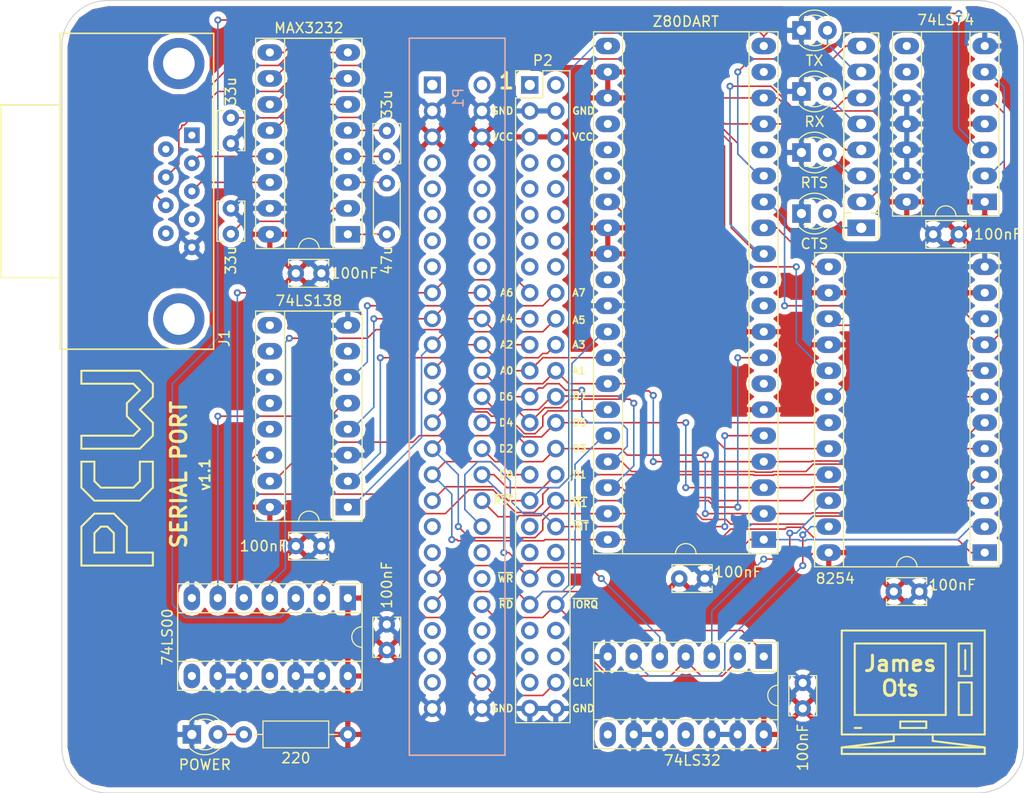
<source format=kicad_pcb>
(kicad_pcb (version 4) (host pcbnew 4.0.5-e0-6337~49~ubuntu16.04.1)
  (layers (0 F.Cu signal) (31 B.Cu signal) (34 B.Paste user) (35 F.Paste user) (36 B.SilkS user) (37 F.SilkS user) (38 B.Mask user) (39 F.Mask user) (44 Edge.Cuts user))
  (net 0 "")
  (net 1 "Net-(C1-Pad1)")
  (net 2 "Net-(C1-Pad2)")
  (net 3 "Net-(C2-Pad1)")
  (net 4 "Net-(C2-Pad2)")
  (net 5 GND)
  (net 6 "Net-(C3-Pad2)")
  (net 7 "Net-(C4-Pad2)")
  (net 8 VCC)
  (net 9 "Net-(J1-Pad1)")
  (net 10 /RX)
  (net 11 /TX)
  (net 12 "Net-(J1-Pad4)")
  (net 13 "Net-(J1-Pad9)")
  (net 14 /CTS)
  (net 15 /RTS)
  (net 16 "Net-(J1-Pad6)")
  (net 17 "Net-(P1-Pad1)")
  (net 18 "Net-(P1-Pad2)")
  (net 19 "Net-(P1-Pad7)")
  (net 20 "Net-(P1-Pad8)")
  (net 21 "Net-(P1-Pad9)")
  (net 22 "Net-(P1-Pad10)")
  (net 23 "Net-(P1-Pad11)")
  (net 24 "Net-(P1-Pad12)")
  (net 25 "Net-(P1-Pad13)")
  (net 26 "Net-(P1-Pad14)")
  (net 27 "Net-(P1-Pad15)")
  (net 28 "Net-(P1-Pad16)")
  (net 29 /A6)
  (net 30 /A7)
  (net 31 /A4)
  (net 32 /A5)
  (net 33 /A2)
  (net 34 /A3)
  (net 35 /A0)
  (net 36 /A1)
  (net 37 /D6)
  (net 38 /D7)
  (net 39 /D4)
  (net 40 /D5)
  (net 41 /D2)
  (net 42 /D3)
  (net 43 /D0)
  (net 44 /D1)
  (net 45 /~RESET)
  (net 46 /~M1)
  (net 47 "Net-(P1-Pad35)")
  (net 48 /~INT)
  (net 49 "Net-(P1-Pad37)")
  (net 50 "Net-(P1-Pad38)")
  (net 51 /~WR)
  (net 52 "Net-(P1-Pad40)")
  (net 53 /~RD)
  (net 54 /~IORQ)
  (net 55 "Net-(P1-Pad43)")
  (net 56 "Net-(P1-Pad44)")
  (net 57 "Net-(P1-Pad45)")
  (net 58 "Net-(P1-Pad46)")
  (net 59 "Net-(P1-Pad47)")
  (net 60 /CLK)
  (net 61 "Net-(P2-Pad1)")
  (net 62 "Net-(P2-Pad2)")
  (net 63 "Net-(P2-Pad7)")
  (net 64 "Net-(P2-Pad8)")
  (net 65 "Net-(P2-Pad9)")
  (net 66 "Net-(P2-Pad10)")
  (net 67 "Net-(P2-Pad11)")
  (net 68 "Net-(P2-Pad12)")
  (net 69 "Net-(P2-Pad13)")
  (net 70 "Net-(P2-Pad14)")
  (net 71 "Net-(P2-Pad15)")
  (net 72 "Net-(P2-Pad16)")
  (net 73 "Net-(P2-Pad35)")
  (net 74 "Net-(P2-Pad37)")
  (net 75 "Net-(P2-Pad38)")
  (net 76 "Net-(P2-Pad40)")
  (net 77 "Net-(P2-Pad43)")
  (net 78 "Net-(P2-Pad44)")
  (net 79 "Net-(P2-Pad45)")
  (net 80 "Net-(P2-Pad46)")
  (net 81 "Net-(P2-Pad47)")
  (net 82 "Net-(U1-Pad3)")
  (net 83 "Net-(U1-Pad6)")
  (net 84 "Net-(U2-Pad3)")
  (net 85 "Net-(U2-Pad6)")
  (net 86 "Net-(U3-Pad9)")
  (net 87 "Net-(U3-Pad10)")
  (net 88 "Net-(U3-Pad11)")
  (net 89 "Net-(U3-Pad12)")
  (net 90 "Net-(U3-Pad13)")
  (net 91 "Net-(U3-Pad14)")
  (net 92 "Net-(U3-Pad7)")
  (net 93 "Net-(U3-Pad15)")
  (net 94 "Net-(U4-Pad13)")
  (net 95 "Net-(U4-Pad15)")
  (net 96 "Net-(U4-Pad17)")
  (net 97 "Net-(U4-Pad10)")
  (net 98 "Net-(U5-Pad2)")
  (net 99 "Net-(U6-Pad26)")
  (net 100 "Net-(U6-Pad7)")
  (net 101 "Net-(U6-Pad10)")
  (net 102 "Net-(U6-Pad16)")
  (net 103 "Net-(U6-Pad24)")
  (net 104 "Net-(U6-Pad25)")
  (net 105 "Net-(U6-Pad30)")
  (net 106 "Net-(U6-Pad11)")
  (net 107 "Net-(U6-Pad19)")
  (net 108 "Net-(U1-Pad8)")
  (net 109 "Net-(U1-Pad11)")
  (net 110 "Net-(U2-Pad8)")
  (net 111 "Net-(U2-Pad11)")
  (net 112 "Net-(U5-Pad8)")
  (net 113 "Net-(U5-Pad9)")
  (net 114 "Net-(D1-Pad2)")
  (net 115 "Net-(D2-Pad2)")
  (net 116 "Net-(D3-Pad2)")
  (net 117 "Net-(D4-Pad2)")
  (net 118 "Net-(D5-Pad2)")
  (net 119 /CTSA)
  (net 120 /RTSA)
  (net 121 /RxDA)
  (net 122 /TxDA)
  (module Footprints:SIP8_Housing_BigPads (layer F.Cu) (at 174.625 66.04 90)
    (fp_text reference RN1 hide)
    (fp_text value 220)
    (pad 1 thru_hole rect (at -10.16 0 180) (size 2.7 1.6) (drill 1) (layers *.Cu *.Mask) (net 115 "Net-(D2-Pad2)"))
    (pad 5 thru_hole oval (at -7.62 0 180) (size 2.7 1.6) (drill 1) (layers *.Cu *.Mask) (net 119 /CTSA))
    (pad 2 thru_hole oval (at -5.08 0 180) (size 2.7 1.6) (drill 1) (layers *.Cu *.Mask) (net 116 "Net-(D3-Pad2)"))
    (pad 6 thru_hole oval (at -2.54 0 180) (size 2.7 1.6) (drill 1) (layers *.Cu *.Mask) (net 120 /RTSA))
    (pad 3 thru_hole oval (at 0 0 180) (size 2.7 1.6) (drill 1) (layers *.Cu *.Mask) (net 117 "Net-(D4-Pad2)"))
    (pad 7 thru_hole oval (at 2.54 0 180) (size 2.7 1.6) (drill 1) (layers *.Cu *.Mask) (net 121 /RxDA))
    (pad 4 thru_hole oval (at 5.08 0 180) (size 2.7 1.6) (drill 1) (layers *.Cu *.Mask) (net 118 "Net-(D5-Pad2)"))
    (pad 8 thru_hole oval (at 7.62 0 180) (size 2.7 1.6) (drill 1) (layers *.Cu *.Mask) (net 122 /TxDA))
  )
  (module Housings_DIP:DIP-40_W15.24mm_Socket_LongPads (layer F.Cu) (at 165.1 106.68 180)
    (fp_text reference U6 hide)
    (fp_text value Z80DART (at 7.62 50.65 180) (layer F.SilkS))
    (pad 1 thru_hole rect (at 0 0 180) (size 2.4 1.6) (drill 0.8) (layers *.Cu *.Mask) (net 44 /D1))
    (pad 21 thru_hole oval (at 15.24 48.26 180) (size 2.4 1.6) (drill 0.8) (layers *.Cu *.Mask) (net 45 /~RESET))
    (pad 2 thru_hole oval (at 0 2.54 180) (size 2.4 1.6) (drill 0.8) (layers *.Cu *.Mask) (net 42 /D3))
    (pad 22 thru_hole oval (at 15.24 45.72 180) (size 2.4 1.6) (drill 0.8) (layers *.Cu *.Mask) (net 8 VCC))
    (pad 3 thru_hole oval (at 0 5.08 180) (size 2.4 1.6) (drill 0.8) (layers *.Cu *.Mask) (net 40 /D5))
    (pad 23 thru_hole oval (at 15.24 43.18 180) (size 2.4 1.6) (drill 0.8) (layers *.Cu *.Mask) (net 8 VCC))
    (pad 4 thru_hole oval (at 0 7.62 180) (size 2.4 1.6) (drill 0.8) (layers *.Cu *.Mask) (net 38 /D7))
    (pad 24 thru_hole oval (at 15.24 40.64 180) (size 2.4 1.6) (drill 0.8) (layers *.Cu *.Mask) (net 103 "Net-(U6-Pad24)"))
    (pad 5 thru_hole oval (at 0 10.16 180) (size 2.4 1.6) (drill 0.8) (layers *.Cu *.Mask) (net 48 /~INT))
    (pad 25 thru_hole oval (at 15.24 38.1 180) (size 2.4 1.6) (drill 0.8) (layers *.Cu *.Mask) (net 104 "Net-(U6-Pad25)"))
    (pad 6 thru_hole oval (at 0 12.7 180) (size 2.4 1.6) (drill 0.8) (layers *.Cu *.Mask) (net 8 VCC))
    (pad 26 thru_hole oval (at 15.24 35.56 180) (size 2.4 1.6) (drill 0.8) (layers *.Cu *.Mask) (net 99 "Net-(U6-Pad26)"))
    (pad 7 thru_hole oval (at 0 15.24 180) (size 2.4 1.6) (drill 0.8) (layers *.Cu *.Mask) (net 100 "Net-(U6-Pad7)"))
    (pad 27 thru_hole oval (at 15.24 33.02 180) (size 2.4 1.6) (drill 0.8) (layers *.Cu *.Mask) (net 96 "Net-(U4-Pad17)"))
    (pad 8 thru_hole oval (at 0 17.78 180) (size 2.4 1.6) (drill 0.8) (layers *.Cu *.Mask) (net 46 /~M1))
    (pad 28 thru_hole oval (at 15.24 30.48 180) (size 2.4 1.6) (drill 0.8) (layers *.Cu *.Mask) (net 8 VCC))
    (pad 9 thru_hole oval (at 0 20.32 180) (size 2.4 1.6) (drill 0.8) (layers *.Cu *.Mask) (net 8 VCC))
    (pad 29 thru_hole oval (at 15.24 27.94 180) (size 2.4 1.6) (drill 0.8) (layers *.Cu *.Mask) (net 8 VCC))
    (pad 10 thru_hole oval (at 0 22.86 180) (size 2.4 1.6) (drill 0.8) (layers *.Cu *.Mask) (net 101 "Net-(U6-Pad10)"))
    (pad 30 thru_hole oval (at 15.24 25.4 180) (size 2.4 1.6) (drill 0.8) (layers *.Cu *.Mask) (net 105 "Net-(U6-Pad30)"))
    (pad 11 thru_hole oval (at 0 25.4 180) (size 2.4 1.6) (drill 0.8) (layers *.Cu *.Mask) (net 106 "Net-(U6-Pad11)"))
    (pad 31 thru_hole oval (at 15.24 22.86 180) (size 2.4 1.6) (drill 0.8) (layers *.Cu *.Mask) (net 5 GND))
    (pad 12 thru_hole oval (at 0 27.94 180) (size 2.4 1.6) (drill 0.8) (layers *.Cu *.Mask) (net 121 /RxDA))
    (pad 32 thru_hole oval (at 15.24 20.32 180) (size 2.4 1.6) (drill 0.8) (layers *.Cu *.Mask) (net 53 /~RD))
    (pad 13 thru_hole oval (at 0 30.48 180) (size 2.4 1.6) (drill 0.8) (layers *.Cu *.Mask) (net 94 "Net-(U4-Pad13)"))
    (pad 33 thru_hole oval (at 15.24 17.78 180) (size 2.4 1.6) (drill 0.8) (layers *.Cu *.Mask) (net 35 /A0))
    (pad 14 thru_hole oval (at 0 33.02 180) (size 2.4 1.6) (drill 0.8) (layers *.Cu *.Mask) (net 97 "Net-(U4-Pad10)"))
    (pad 34 thru_hole oval (at 15.24 15.24 180) (size 2.4 1.6) (drill 0.8) (layers *.Cu *.Mask) (net 36 /A1))
    (pad 15 thru_hole oval (at 0 35.56 180) (size 2.4 1.6) (drill 0.8) (layers *.Cu *.Mask) (net 122 /TxDA))
    (pad 35 thru_hole oval (at 15.24 12.7 180) (size 2.4 1.6) (drill 0.8) (layers *.Cu *.Mask) (net 93 "Net-(U3-Pad15)"))
    (pad 16 thru_hole oval (at 0 38.1 180) (size 2.4 1.6) (drill 0.8) (layers *.Cu *.Mask) (net 102 "Net-(U6-Pad16)"))
    (pad 36 thru_hole oval (at 15.24 10.16 180) (size 2.4 1.6) (drill 0.8) (layers *.Cu *.Mask) (net 54 /~IORQ))
    (pad 17 thru_hole oval (at 0 40.64 180) (size 2.4 1.6) (drill 0.8) (layers *.Cu *.Mask) (net 120 /RTSA))
    (pad 37 thru_hole oval (at 15.24 7.62 180) (size 2.4 1.6) (drill 0.8) (layers *.Cu *.Mask) (net 37 /D6))
    (pad 18 thru_hole oval (at 0 43.18 180) (size 2.4 1.6) (drill 0.8) (layers *.Cu *.Mask) (net 119 /CTSA))
    (pad 38 thru_hole oval (at 15.24 5.08 180) (size 2.4 1.6) (drill 0.8) (layers *.Cu *.Mask) (net 39 /D4))
    (pad 19 thru_hole oval (at 0 45.72 180) (size 2.4 1.6) (drill 0.8) (layers *.Cu *.Mask) (net 107 "Net-(U6-Pad19)"))
    (pad 39 thru_hole oval (at 15.24 2.54 180) (size 2.4 1.6) (drill 0.8) (layers *.Cu *.Mask) (net 41 /D2))
    (pad 20 thru_hole oval (at 0 48.26 180) (size 2.4 1.6) (drill 0.8) (layers *.Cu *.Mask) (net 84 "Net-(U2-Pad3)"))
    (pad 40 thru_hole oval (at 15.24 0 180) (size 2.4 1.6) (drill 0.8) (layers *.Cu *.Mask) (net 43 /D0))
  )
  (module Housings_DIP:DIP-24_W15.24mm_Socket_LongPads (layer F.Cu) (at 186.69 107.95 180)
    (fp_text reference U4 hide)
    (fp_text value 8254 (at 14.605 -2.54 360) (layer F.SilkS))
    (pad 1 thru_hole rect (at 0 0 180) (size 2.4 1.6) (drill 0.8) (layers *.Cu *.Mask) (net 43 /D0))
    (pad 13 thru_hole oval (at 15.24 27.94 180) (size 2.4 1.6) (drill 0.8) (layers *.Cu *.Mask) (net 94 "Net-(U4-Pad13)"))
    (pad 2 thru_hole oval (at 0 2.54 180) (size 2.4 1.6) (drill 0.8) (layers *.Cu *.Mask) (net 44 /D1))
    (pad 14 thru_hole oval (at 15.24 25.4 180) (size 2.4 1.6) (drill 0.8) (layers *.Cu *.Mask) (net 8 VCC))
    (pad 3 thru_hole oval (at 0 5.08 180) (size 2.4 1.6) (drill 0.8) (layers *.Cu *.Mask) (net 41 /D2))
    (pad 15 thru_hole oval (at 15.24 22.86 180) (size 2.4 1.6) (drill 0.8) (layers *.Cu *.Mask) (net 95 "Net-(U4-Pad15)"))
    (pad 4 thru_hole oval (at 0 7.62 180) (size 2.4 1.6) (drill 0.8) (layers *.Cu *.Mask) (net 42 /D3))
    (pad 16 thru_hole oval (at 15.24 20.32 180) (size 2.4 1.6) (drill 0.8) (layers *.Cu *.Mask) (net 8 VCC))
    (pad 5 thru_hole oval (at 0 10.16 180) (size 2.4 1.6) (drill 0.8) (layers *.Cu *.Mask) (net 39 /D4))
    (pad 17 thru_hole oval (at 15.24 17.78 180) (size 2.4 1.6) (drill 0.8) (layers *.Cu *.Mask) (net 96 "Net-(U4-Pad17)"))
    (pad 6 thru_hole oval (at 0 12.7 180) (size 2.4 1.6) (drill 0.8) (layers *.Cu *.Mask) (net 40 /D5))
    (pad 18 thru_hole oval (at 15.24 15.24 180) (size 2.4 1.6) (drill 0.8) (layers *.Cu *.Mask) (net 95 "Net-(U4-Pad15)"))
    (pad 7 thru_hole oval (at 0 15.24 180) (size 2.4 1.6) (drill 0.8) (layers *.Cu *.Mask) (net 37 /D6))
    (pad 19 thru_hole oval (at 15.24 12.7 180) (size 2.4 1.6) (drill 0.8) (layers *.Cu *.Mask) (net 35 /A0))
    (pad 8 thru_hole oval (at 0 17.78 180) (size 2.4 1.6) (drill 0.8) (layers *.Cu *.Mask) (net 38 /D7))
    (pad 20 thru_hole oval (at 15.24 10.16 180) (size 2.4 1.6) (drill 0.8) (layers *.Cu *.Mask) (net 36 /A1))
    (pad 9 thru_hole oval (at 0 20.32 180) (size 2.4 1.6) (drill 0.8) (layers *.Cu *.Mask) (net 95 "Net-(U4-Pad15)"))
    (pad 21 thru_hole oval (at 15.24 7.62 180) (size 2.4 1.6) (drill 0.8) (layers *.Cu *.Mask) (net 91 "Net-(U3-Pad14)"))
    (pad 10 thru_hole oval (at 0 22.86 180) (size 2.4 1.6) (drill 0.8) (layers *.Cu *.Mask) (net 97 "Net-(U4-Pad10)"))
    (pad 22 thru_hole oval (at 15.24 5.08 180) (size 2.4 1.6) (drill 0.8) (layers *.Cu *.Mask) (net 82 "Net-(U1-Pad3)"))
    (pad 11 thru_hole oval (at 0 25.4 180) (size 2.4 1.6) (drill 0.8) (layers *.Cu *.Mask) (net 8 VCC))
    (pad 23 thru_hole oval (at 15.24 2.54 180) (size 2.4 1.6) (drill 0.8) (layers *.Cu *.Mask) (net 83 "Net-(U1-Pad6)"))
    (pad 12 thru_hole oval (at 0 27.94 180) (size 2.4 1.6) (drill 0.8) (layers *.Cu *.Mask) (net 5 GND))
    (pad 24 thru_hole oval (at 15.24 0 180) (size 2.4 1.6) (drill 0.8) (layers *.Cu *.Mask) (net 8 VCC))
  )
  (module Housings_DIP:DIP-14_W7.62mm_Socket_LongPads (layer F.Cu) (at 186.69 73.66 180)
    (fp_text reference U5 hide)
    (fp_text value 74LS74 (at 3.81 17.78 360) (layer F.SilkS))
    (pad 1 thru_hole rect (at 0 0 180) (size 2.4 1.6) (drill 0.8) (layers *.Cu *.Mask) (net 8 VCC))
    (pad 8 thru_hole oval (at 7.62 15.24 180) (size 2.4 1.6) (drill 0.8) (layers *.Cu *.Mask) (net 112 "Net-(U5-Pad8)"))
    (pad 2 thru_hole oval (at 0 2.54 180) (size 2.4 1.6) (drill 0.8) (layers *.Cu *.Mask) (net 98 "Net-(U5-Pad2)"))
    (pad 9 thru_hole oval (at 7.62 12.7 180) (size 2.4 1.6) (drill 0.8) (layers *.Cu *.Mask) (net 113 "Net-(U5-Pad9)"))
    (pad 3 thru_hole oval (at 0 5.08 180) (size 2.4 1.6) (drill 0.8) (layers *.Cu *.Mask) (net 84 "Net-(U2-Pad3)"))
    (pad 10 thru_hole oval (at 7.62 10.16 180) (size 2.4 1.6) (drill 0.8) (layers *.Cu *.Mask) (net 5 GND))
    (pad 4 thru_hole oval (at 0 7.62 180) (size 2.4 1.6) (drill 0.8) (layers *.Cu *.Mask) (net 8 VCC))
    (pad 11 thru_hole oval (at 7.62 7.62 180) (size 2.4 1.6) (drill 0.8) (layers *.Cu *.Mask) (net 5 GND))
    (pad 5 thru_hole oval (at 0 10.16 180) (size 2.4 1.6) (drill 0.8) (layers *.Cu *.Mask) (net 95 "Net-(U4-Pad15)"))
    (pad 12 thru_hole oval (at 7.62 5.08 180) (size 2.4 1.6) (drill 0.8) (layers *.Cu *.Mask) (net 5 GND))
    (pad 6 thru_hole oval (at 0 12.7 180) (size 2.4 1.6) (drill 0.8) (layers *.Cu *.Mask) (net 98 "Net-(U5-Pad2)"))
    (pad 13 thru_hole oval (at 7.62 2.54 180) (size 2.4 1.6) (drill 0.8) (layers *.Cu *.Mask) (net 5 GND))
    (pad 7 thru_hole oval (at 0 15.24 180) (size 2.4 1.6) (drill 0.8) (layers *.Cu *.Mask) (net 5 GND))
    (pad 14 thru_hole oval (at 7.62 0 180) (size 2.4 1.6) (drill 0.8) (layers *.Cu *.Mask) (net 8 VCC))
  )
  (module Housings_DIP:DIP-14_W7.62mm_Socket_LongPads (layer F.Cu) (at 165.1 118.11 270)
    (fp_text reference U1 hide)
    (fp_text value 74LS32 (at 10.16 6.985 360) (layer F.SilkS))
    (pad 1 thru_hole rect (at 0 0 270) (size 2.4 1.6) (drill 0.8) (layers *.Cu *.Mask) (net 53 /~RD))
    (pad 8 thru_hole oval (at 7.62 15.24 270) (size 2.4 1.6) (drill 0.8) (layers *.Cu *.Mask) (net 108 "Net-(U1-Pad8)"))
    (pad 2 thru_hole oval (at 0 2.54 270) (size 2.4 1.6) (drill 0.8) (layers *.Cu *.Mask) (net 54 /~IORQ))
    (pad 9 thru_hole oval (at 7.62 12.7 270) (size 2.4 1.6) (drill 0.8) (layers *.Cu *.Mask) (net 5 GND))
    (pad 3 thru_hole oval (at 0 5.08 270) (size 2.4 1.6) (drill 0.8) (layers *.Cu *.Mask) (net 82 "Net-(U1-Pad3)"))
    (pad 10 thru_hole oval (at 7.62 10.16 270) (size 2.4 1.6) (drill 0.8) (layers *.Cu *.Mask) (net 5 GND))
    (pad 4 thru_hole oval (at 0 7.62 270) (size 2.4 1.6) (drill 0.8) (layers *.Cu *.Mask) (net 54 /~IORQ))
    (pad 11 thru_hole oval (at 7.62 7.62 270) (size 2.4 1.6) (drill 0.8) (layers *.Cu *.Mask) (net 109 "Net-(U1-Pad11)"))
    (pad 5 thru_hole oval (at 0 10.16 270) (size 2.4 1.6) (drill 0.8) (layers *.Cu *.Mask) (net 51 /~WR))
    (pad 12 thru_hole oval (at 7.62 5.08 270) (size 2.4 1.6) (drill 0.8) (layers *.Cu *.Mask) (net 5 GND))
    (pad 6 thru_hole oval (at 0 12.7 270) (size 2.4 1.6) (drill 0.8) (layers *.Cu *.Mask) (net 83 "Net-(U1-Pad6)"))
    (pad 13 thru_hole oval (at 7.62 2.54 270) (size 2.4 1.6) (drill 0.8) (layers *.Cu *.Mask) (net 5 GND))
    (pad 7 thru_hole oval (at 0 15.24 270) (size 2.4 1.6) (drill 0.8) (layers *.Cu *.Mask) (net 5 GND))
    (pad 14 thru_hole oval (at 7.62 0 270) (size 2.4 1.6) (drill 0.8) (layers *.Cu *.Mask) (net 8 VCC))
  )
  (module Capacitors_THT:C_Disc_D5.0mm_W2.5mm_P5.00mm (layer F.Cu) (at 128.27 76.835 90)
    (fp_text reference C1 hide)
    (fp_text value 47u (at -2.54 0 90) (layer F.SilkS))
    (pad 1 thru_hole circle (at 0 0 90) (size 1.6 1.6) (drill 0.8) (layers *.Cu *.Mask) (net 1 "Net-(C1-Pad1)"))
    (pad 2 thru_hole circle (at 5 0 90) (size 1.6 1.6) (drill 0.8) (layers *.Cu *.Mask) (net 2 "Net-(C1-Pad2)"))
  )
  (module Capacitors_THT:C_Disc_D3.8mm_W2.6mm_P2.50mm (layer F.Cu) (at 128.27 69.215 90)
    (fp_text reference C2 hide)
    (fp_text value 33u (at 5.08 0 90) (layer F.SilkS))
    (pad 1 thru_hole circle (at 0 0 90) (size 1.6 1.6) (drill 0.8) (layers *.Cu *.Mask) (net 3 "Net-(C2-Pad1)"))
    (pad 2 thru_hole circle (at 2.5 0 90) (size 1.6 1.6) (drill 0.8) (layers *.Cu *.Mask) (net 4 "Net-(C2-Pad2)"))
  )
  (module Capacitors_THT:C_Disc_D3.8mm_W2.6mm_P2.50mm (layer F.Cu) (at 113.03 74.295 270)
    (fp_text reference C3 hide)
    (fp_text value 33u (at 5.08 0 270) (layer F.SilkS))
    (pad 1 thru_hole circle (at 0 0 270) (size 1.6 1.6) (drill 0.8) (layers *.Cu *.Mask) (net 5 GND))
    (pad 2 thru_hole circle (at 2.5 0 270) (size 1.6 1.6) (drill 0.8) (layers *.Cu *.Mask) (net 6 "Net-(C3-Pad2)"))
  )
  (module Capacitors_THT:C_Disc_D3.8mm_W2.6mm_P2.50mm (layer F.Cu) (at 113.03 67.945 90)
    (fp_text reference C4 hide)
    (fp_text value 33u (at 5.08 0 90) (layer F.SilkS))
    (pad 1 thru_hole circle (at 0 0 90) (size 1.6 1.6) (drill 0.8) (layers *.Cu *.Mask) (net 5 GND))
    (pad 2 thru_hole circle (at 2.5 0 90) (size 1.6 1.6) (drill 0.8) (layers *.Cu *.Mask) (net 7 "Net-(C4-Pad2)"))
  )
  (module Capacitors_THT:C_Disc_D3.8mm_W2.6mm_P2.50mm (layer F.Cu) (at 168.91 123.19 90)
    (fp_text reference C5 hide)
    (fp_text value 100nF (at -3.81 0 90) (layer F.SilkS))
    (pad 1 thru_hole circle (at 0 0 90) (size 1.6 1.6) (drill 0.8) (layers *.Cu *.Mask) (net 8 VCC))
    (pad 2 thru_hole circle (at 2.5 0 90) (size 1.6 1.6) (drill 0.8) (layers *.Cu *.Mask) (net 5 GND))
  )
  (module Capacitors_THT:C_Disc_D3.8mm_W2.6mm_P2.50mm (layer F.Cu) (at 128.27 117.475 90)
    (fp_text reference C6 hide)
    (fp_text value 100nF (at 6.35 0 90) (layer F.SilkS))
    (pad 1 thru_hole circle (at 0 0 90) (size 1.6 1.6) (drill 0.8) (layers *.Cu *.Mask) (net 8 VCC))
    (pad 2 thru_hole circle (at 2.5 0 90) (size 1.6 1.6) (drill 0.8) (layers *.Cu *.Mask) (net 5 GND))
  )
  (module Capacitors_THT:C_Disc_D3.8mm_W2.6mm_P2.50mm (layer F.Cu) (at 119.38 80.645)
    (fp_text reference C7 hide)
    (fp_text value 100nF (at 5.715 0) (layer F.SilkS))
    (pad 1 thru_hole circle (at 0 0) (size 1.6 1.6) (drill 0.8) (layers *.Cu *.Mask) (net 8 VCC))
    (pad 2 thru_hole circle (at 2.5 0) (size 1.6 1.6) (drill 0.8) (layers *.Cu *.Mask) (net 5 GND))
  )
  (module Capacitors_THT:C_Disc_D3.8mm_W2.6mm_P2.50mm (layer F.Cu) (at 156.845 110.49)
    (fp_text reference C8 hide)
    (fp_text value 100nF (at 5.715 -0.635) (layer F.SilkS))
    (pad 1 thru_hole circle (at 0 0) (size 1.6 1.6) (drill 0.8) (layers *.Cu *.Mask) (net 8 VCC))
    (pad 2 thru_hole circle (at 2.5 0) (size 1.6 1.6) (drill 0.8) (layers *.Cu *.Mask) (net 5 GND))
  )
  (module Capacitors_THT:C_Disc_D3.8mm_W2.6mm_P2.50mm (layer F.Cu) (at 184.15 76.835 180)
    (fp_text reference C9 hide)
    (fp_text value 100nF (at -3.81 0 180) (layer F.SilkS))
    (pad 1 thru_hole circle (at 0 0 180) (size 1.6 1.6) (drill 0.8) (layers *.Cu *.Mask) (net 8 VCC))
    (pad 2 thru_hole circle (at 2.5 0 180) (size 1.6 1.6) (drill 0.8) (layers *.Cu *.Mask) (net 5 GND))
  )
  (module Capacitors_THT:C_Disc_D3.8mm_W2.6mm_P2.50mm (layer F.Cu) (at 177.8 111.76)
    (fp_text reference C10 hide)
    (fp_text value 100nF (at 5.715 -0.635) (layer F.SilkS))
    (pad 1 thru_hole circle (at 0 0) (size 1.6 1.6) (drill 0.8) (layers *.Cu *.Mask) (net 8 VCC))
    (pad 2 thru_hole circle (at 2.5 0) (size 1.6 1.6) (drill 0.8) (layers *.Cu *.Mask) (net 5 GND))
  )
  (module Capacitors_THT:C_Disc_D3.8mm_W2.6mm_P2.50mm (layer F.Cu) (at 119.38 107.315)
    (fp_text reference C11 hide)
    (fp_text value 100nF (at -3.175 0) (layer F.SilkS))
    (pad 1 thru_hole circle (at 0 0) (size 1.6 1.6) (drill 0.8) (layers *.Cu *.Mask) (net 8 VCC))
    (pad 2 thru_hole circle (at 2.5 0) (size 1.6 1.6) (drill 0.8) (layers *.Cu *.Mask) (net 5 GND))
  )
  (module Footprints:Standard_Edge_II_Connector_2x50 (layer B.Cu) (at 132.715 62.23 270)
    (fp_text reference P1 (at 1.27 -2.54 270) (layer B.SilkS) (effects (justify mirror)))
    (fp_text value CONN_02X25 hide)
    (pad 1 thru_hole rect (at 0 0 270) (size 1.651 1.651) (drill 1.016) (layers *.Cu *.Mask) (net 17 "Net-(P1-Pad1)"))
    (pad 2 thru_hole circle (at 0 -4.8514 270) (size 1.651 1.651) (drill 1.016) (layers *.Cu *.Mask) (net 18 "Net-(P1-Pad2)"))
    (pad 3 thru_hole circle (at 2.54 0 270) (size 1.651 1.651) (drill 1.016) (layers *.Cu *.Mask) (net 5 GND))
    (pad 4 thru_hole circle (at 2.54 -4.8514 270) (size 1.651 1.651) (drill 1.016) (layers *.Cu *.Mask) (net 5 GND))
    (pad 5 thru_hole circle (at 5.08 0 270) (size 1.651 1.651) (drill 1.016) (layers *.Cu *.Mask) (net 8 VCC))
    (pad 6 thru_hole circle (at 5.08 -4.8514 270) (size 1.651 1.651) (drill 1.016) (layers *.Cu *.Mask) (net 8 VCC))
    (pad 7 thru_hole circle (at 7.62 0 270) (size 1.651 1.651) (drill 1.016) (layers *.Cu *.Mask) (net 19 "Net-(P1-Pad7)"))
    (pad 8 thru_hole circle (at 7.62 -4.8514 270) (size 1.651 1.651) (drill 1.016) (layers *.Cu *.Mask) (net 20 "Net-(P1-Pad8)"))
    (pad 9 thru_hole circle (at 10.16 0 270) (size 1.651 1.651) (drill 1.016) (layers *.Cu *.Mask) (net 21 "Net-(P1-Pad9)"))
    (pad 10 thru_hole circle (at 10.16 -4.8514 270) (size 1.651 1.651) (drill 1.016) (layers *.Cu *.Mask) (net 22 "Net-(P1-Pad10)"))
    (pad 11 thru_hole circle (at 12.7 0 270) (size 1.651 1.651) (drill 1.016) (layers *.Cu *.Mask) (net 23 "Net-(P1-Pad11)"))
    (pad 12 thru_hole circle (at 12.7 -4.8514 270) (size 1.651 1.651) (drill 1.016) (layers *.Cu *.Mask) (net 24 "Net-(P1-Pad12)"))
    (pad 13 thru_hole circle (at 15.24 0 270) (size 1.651 1.651) (drill 1.016) (layers *.Cu *.Mask) (net 25 "Net-(P1-Pad13)"))
    (pad 14 thru_hole circle (at 15.24 -4.8514 270) (size 1.651 1.651) (drill 1.016) (layers *.Cu *.Mask) (net 26 "Net-(P1-Pad14)"))
    (pad 15 thru_hole circle (at 17.78 0 270) (size 1.651 1.651) (drill 1.016) (layers *.Cu *.Mask) (net 27 "Net-(P1-Pad15)"))
    (pad 16 thru_hole circle (at 17.78 -4.8514 270) (size 1.651 1.651) (drill 1.016) (layers *.Cu *.Mask) (net 28 "Net-(P1-Pad16)"))
    (pad 17 thru_hole circle (at 20.32 0 270) (size 1.651 1.651) (drill 1.016) (layers *.Cu *.Mask) (net 29 /A6))
    (pad 18 thru_hole circle (at 20.32 -4.8514 270) (size 1.651 1.651) (drill 1.016) (layers *.Cu *.Mask) (net 30 /A7))
    (pad 19 thru_hole circle (at 22.86 0 270) (size 1.651 1.651) (drill 1.016) (layers *.Cu *.Mask) (net 31 /A4))
    (pad 20 thru_hole circle (at 22.86 -4.8514 270) (size 1.651 1.651) (drill 1.016) (layers *.Cu *.Mask) (net 32 /A5))
    (pad 21 thru_hole circle (at 25.4 0 270) (size 1.651 1.651) (drill 1.016) (layers *.Cu *.Mask) (net 33 /A2))
    (pad 22 thru_hole circle (at 25.4 -4.8514 270) (size 1.651 1.651) (drill 1.016) (layers *.Cu *.Mask) (net 34 /A3))
    (pad 23 thru_hole circle (at 27.94 0 270) (size 1.651 1.651) (drill 1.016) (layers *.Cu *.Mask) (net 35 /A0))
    (pad 24 thru_hole circle (at 27.94 -4.8514 270) (size 1.651 1.651) (drill 1.016) (layers *.Cu *.Mask) (net 36 /A1))
    (pad 25 thru_hole circle (at 30.48 0 270) (size 1.651 1.651) (drill 1.016) (layers *.Cu *.Mask) (net 37 /D6))
    (pad 26 thru_hole circle (at 30.48 -4.8514 270) (size 1.651 1.651) (drill 1.016) (layers *.Cu *.Mask) (net 38 /D7))
    (pad 27 thru_hole circle (at 33.02 0 270) (size 1.651 1.651) (drill 1.016) (layers *.Cu *.Mask) (net 39 /D4))
    (pad 28 thru_hole circle (at 33.02 -4.8514 270) (size 1.651 1.651) (drill 1.016) (layers *.Cu *.Mask) (net 40 /D5))
    (pad 29 thru_hole circle (at 35.56 0 270) (size 1.651 1.651) (drill 1.016) (layers *.Cu *.Mask) (net 41 /D2))
    (pad 30 thru_hole circle (at 35.56 -4.8514 270) (size 1.651 1.651) (drill 1.016) (layers *.Cu *.Mask) (net 42 /D3))
    (pad 31 thru_hole circle (at 38.1 0 270) (size 1.651 1.651) (drill 1.016) (layers *.Cu *.Mask) (net 43 /D0))
    (pad 32 thru_hole circle (at 38.1 -4.8514 270) (size 1.651 1.651) (drill 1.016) (layers *.Cu *.Mask) (net 44 /D1))
    (pad 33 thru_hole circle (at 40.64 0 270) (size 1.651 1.651) (drill 1.016) (layers *.Cu *.Mask) (net 45 /~RESET))
    (pad 34 thru_hole circle (at 40.64 -4.8514 270) (size 1.651 1.651) (drill 1.016) (layers *.Cu *.Mask) (net 46 /~M1))
    (pad 35 thru_hole circle (at 43.18 0 270) (size 1.651 1.651) (drill 1.016) (layers *.Cu *.Mask) (net 47 "Net-(P1-Pad35)"))
    (pad 36 thru_hole circle (at 43.18 -4.8514 270) (size 1.651 1.651) (drill 1.016) (layers *.Cu *.Mask) (net 48 /~INT))
    (pad 37 thru_hole circle (at 45.72 0 270) (size 1.651 1.651) (drill 1.016) (layers *.Cu *.Mask) (net 49 "Net-(P1-Pad37)"))
    (pad 38 thru_hole circle (at 45.72 -4.8514 270) (size 1.651 1.651) (drill 1.016) (layers *.Cu *.Mask) (net 50 "Net-(P1-Pad38)"))
    (pad 39 thru_hole circle (at 48.26 0 270) (size 1.651 1.651) (drill 1.016) (layers *.Cu *.Mask) (net 51 /~WR))
    (pad 40 thru_hole circle (at 48.26 -4.8514 270) (size 1.651 1.651) (drill 1.016) (layers *.Cu *.Mask) (net 52 "Net-(P1-Pad40)"))
    (pad 41 thru_hole circle (at 50.8 0 270) (size 1.651 1.651) (drill 1.016) (layers *.Cu *.Mask) (net 53 /~RD))
    (pad 42 thru_hole circle (at 50.8 -4.8514 270) (size 1.651 1.651) (drill 1.016) (layers *.Cu *.Mask) (net 54 /~IORQ))
    (pad 43 thru_hole circle (at 53.34 0 270) (size 1.651 1.651) (drill 1.016) (layers *.Cu *.Mask) (net 55 "Net-(P1-Pad43)"))
    (pad 44 thru_hole circle (at 53.34 -4.8514 270) (size 1.651 1.651) (drill 1.016) (layers *.Cu *.Mask) (net 56 "Net-(P1-Pad44)"))
    (pad 45 thru_hole circle (at 55.88 0 270) (size 1.651 1.651) (drill 1.016) (layers *.Cu *.Mask) (net 57 "Net-(P1-Pad45)"))
    (pad 46 thru_hole circle (at 55.88 -4.8514 270) (size 1.651 1.651) (drill 1.016) (layers *.Cu *.Mask) (net 58 "Net-(P1-Pad46)"))
    (pad 47 thru_hole circle (at 58.42 0 270) (size 1.651 1.651) (drill 1.016) (layers *.Cu *.Mask) (net 59 "Net-(P1-Pad47)"))
    (pad 48 thru_hole circle (at 58.42 -4.8514 270) (size 1.651 1.651) (drill 1.016) (layers *.Cu *.Mask) (net 60 /CLK))
    (pad 49 thru_hole circle (at 60.96 0 270) (size 1.651 1.651) (drill 1.016) (layers *.Cu *.Mask) (net 5 GND))
    (pad 50 thru_hole circle (at 60.96 -4.8514 270) (size 1.651 1.651) (drill 1.016) (layers *.Cu *.Mask) (net 5 GND))
  )
  (module Pin_Headers:Pin_Header_Straight_2x25_Pitch2.54mm (layer F.Cu) (at 142.24 62.23)
    (fp_text reference P2 (at 1.27 -2.39) (layer F.SilkS))
    (fp_text value CONN_02X25 hide)
    (pad 1 thru_hole rect (at 0 0) (size 1.7 1.7) (drill 1) (layers *.Cu *.Mask) (net 61 "Net-(P2-Pad1)"))
    (pad 2 thru_hole oval (at 2.54 0) (size 1.7 1.7) (drill 1) (layers *.Cu *.Mask) (net 62 "Net-(P2-Pad2)"))
    (pad 3 thru_hole oval (at 0 2.54) (size 1.7 1.7) (drill 1) (layers *.Cu *.Mask) (net 5 GND))
    (pad 4 thru_hole oval (at 2.54 2.54) (size 1.7 1.7) (drill 1) (layers *.Cu *.Mask) (net 5 GND))
    (pad 5 thru_hole oval (at 0 5.08) (size 1.7 1.7) (drill 1) (layers *.Cu *.Mask) (net 8 VCC))
    (pad 6 thru_hole oval (at 2.54 5.08) (size 1.7 1.7) (drill 1) (layers *.Cu *.Mask) (net 8 VCC))
    (pad 7 thru_hole oval (at 0 7.62) (size 1.7 1.7) (drill 1) (layers *.Cu *.Mask) (net 63 "Net-(P2-Pad7)"))
    (pad 8 thru_hole oval (at 2.54 7.62) (size 1.7 1.7) (drill 1) (layers *.Cu *.Mask) (net 64 "Net-(P2-Pad8)"))
    (pad 9 thru_hole oval (at 0 10.16) (size 1.7 1.7) (drill 1) (layers *.Cu *.Mask) (net 65 "Net-(P2-Pad9)"))
    (pad 10 thru_hole oval (at 2.54 10.16) (size 1.7 1.7) (drill 1) (layers *.Cu *.Mask) (net 66 "Net-(P2-Pad10)"))
    (pad 11 thru_hole oval (at 0 12.7) (size 1.7 1.7) (drill 1) (layers *.Cu *.Mask) (net 67 "Net-(P2-Pad11)"))
    (pad 12 thru_hole oval (at 2.54 12.7) (size 1.7 1.7) (drill 1) (layers *.Cu *.Mask) (net 68 "Net-(P2-Pad12)"))
    (pad 13 thru_hole oval (at 0 15.24) (size 1.7 1.7) (drill 1) (layers *.Cu *.Mask) (net 69 "Net-(P2-Pad13)"))
    (pad 14 thru_hole oval (at 2.54 15.24) (size 1.7 1.7) (drill 1) (layers *.Cu *.Mask) (net 70 "Net-(P2-Pad14)"))
    (pad 15 thru_hole oval (at 0 17.78) (size 1.7 1.7) (drill 1) (layers *.Cu *.Mask) (net 71 "Net-(P2-Pad15)"))
    (pad 16 thru_hole oval (at 2.54 17.78) (size 1.7 1.7) (drill 1) (layers *.Cu *.Mask) (net 72 "Net-(P2-Pad16)"))
    (pad 17 thru_hole oval (at 0 20.32) (size 1.7 1.7) (drill 1) (layers *.Cu *.Mask) (net 29 /A6))
    (pad 18 thru_hole oval (at 2.54 20.32) (size 1.7 1.7) (drill 1) (layers *.Cu *.Mask) (net 30 /A7))
    (pad 19 thru_hole oval (at 0 22.86) (size 1.7 1.7) (drill 1) (layers *.Cu *.Mask) (net 31 /A4))
    (pad 20 thru_hole oval (at 2.54 22.86) (size 1.7 1.7) (drill 1) (layers *.Cu *.Mask) (net 32 /A5))
    (pad 21 thru_hole oval (at 0 25.4) (size 1.7 1.7) (drill 1) (layers *.Cu *.Mask) (net 33 /A2))
    (pad 22 thru_hole oval (at 2.54 25.4) (size 1.7 1.7) (drill 1) (layers *.Cu *.Mask) (net 34 /A3))
    (pad 23 thru_hole oval (at 0 27.94) (size 1.7 1.7) (drill 1) (layers *.Cu *.Mask) (net 35 /A0))
    (pad 24 thru_hole oval (at 2.54 27.94) (size 1.7 1.7) (drill 1) (layers *.Cu *.Mask) (net 36 /A1))
    (pad 25 thru_hole oval (at 0 30.48) (size 1.7 1.7) (drill 1) (layers *.Cu *.Mask) (net 37 /D6))
    (pad 26 thru_hole oval (at 2.54 30.48) (size 1.7 1.7) (drill 1) (layers *.Cu *.Mask) (net 38 /D7))
    (pad 27 thru_hole oval (at 0 33.02) (size 1.7 1.7) (drill 1) (layers *.Cu *.Mask) (net 39 /D4))
    (pad 28 thru_hole oval (at 2.54 33.02) (size 1.7 1.7) (drill 1) (layers *.Cu *.Mask) (net 40 /D5))
    (pad 29 thru_hole oval (at 0 35.56) (size 1.7 1.7) (drill 1) (layers *.Cu *.Mask) (net 41 /D2))
    (pad 30 thru_hole oval (at 2.54 35.56) (size 1.7 1.7) (drill 1) (layers *.Cu *.Mask) (net 42 /D3))
    (pad 31 thru_hole oval (at 0 38.1) (size 1.7 1.7) (drill 1) (layers *.Cu *.Mask) (net 43 /D0))
    (pad 32 thru_hole oval (at 2.54 38.1) (size 1.7 1.7) (drill 1) (layers *.Cu *.Mask) (net 44 /D1))
    (pad 33 thru_hole oval (at 0 40.64) (size 1.7 1.7) (drill 1) (layers *.Cu *.Mask) (net 45 /~RESET))
    (pad 34 thru_hole oval (at 2.54 40.64) (size 1.7 1.7) (drill 1) (layers *.Cu *.Mask) (net 46 /~M1))
    (pad 35 thru_hole oval (at 0 43.18) (size 1.7 1.7) (drill 1) (layers *.Cu *.Mask) (net 73 "Net-(P2-Pad35)"))
    (pad 36 thru_hole oval (at 2.54 43.18) (size 1.7 1.7) (drill 1) (layers *.Cu *.Mask) (net 48 /~INT))
    (pad 37 thru_hole oval (at 0 45.72) (size 1.7 1.7) (drill 1) (layers *.Cu *.Mask) (net 74 "Net-(P2-Pad37)"))
    (pad 38 thru_hole oval (at 2.54 45.72) (size 1.7 1.7) (drill 1) (layers *.Cu *.Mask) (net 75 "Net-(P2-Pad38)"))
    (pad 39 thru_hole oval (at 0 48.26) (size 1.7 1.7) (drill 1) (layers *.Cu *.Mask) (net 51 /~WR))
    (pad 40 thru_hole oval (at 2.54 48.26) (size 1.7 1.7) (drill 1) (layers *.Cu *.Mask) (net 76 "Net-(P2-Pad40)"))
    (pad 41 thru_hole oval (at 0 50.8) (size 1.7 1.7) (drill 1) (layers *.Cu *.Mask) (net 53 /~RD))
    (pad 42 thru_hole oval (at 2.54 50.8) (size 1.7 1.7) (drill 1) (layers *.Cu *.Mask) (net 54 /~IORQ))
    (pad 43 thru_hole oval (at 0 53.34) (size 1.7 1.7) (drill 1) (layers *.Cu *.Mask) (net 77 "Net-(P2-Pad43)"))
    (pad 44 thru_hole oval (at 2.54 53.34) (size 1.7 1.7) (drill 1) (layers *.Cu *.Mask) (net 78 "Net-(P2-Pad44)"))
    (pad 45 thru_hole oval (at 0 55.88) (size 1.7 1.7) (drill 1) (layers *.Cu *.Mask) (net 79 "Net-(P2-Pad45)"))
    (pad 46 thru_hole oval (at 2.54 55.88) (size 1.7 1.7) (drill 1) (layers *.Cu *.Mask) (net 80 "Net-(P2-Pad46)"))
    (pad 47 thru_hole oval (at 0 58.42) (size 1.7 1.7) (drill 1) (layers *.Cu *.Mask) (net 81 "Net-(P2-Pad47)"))
    (pad 48 thru_hole oval (at 2.54 58.42) (size 1.7 1.7) (drill 1) (layers *.Cu *.Mask) (net 60 /CLK))
    (pad 49 thru_hole oval (at 0 60.96) (size 1.7 1.7) (drill 1) (layers *.Cu *.Mask) (net 5 GND))
    (pad 50 thru_hole oval (at 2.54 60.96) (size 1.7 1.7) (drill 1) (layers *.Cu *.Mask) (net 5 GND))
  )
  (module Housings_DIP:DIP-14_W7.62mm_Socket_LongPads (layer F.Cu) (at 124.46 112.395 270)
    (fp_text reference U2 hide)
    (fp_text value 74LS00 (at 3.81 17.63 270) (layer F.SilkS))
    (pad 1 thru_hole rect (at 0 0 270) (size 2.4 1.6) (drill 0.8) (layers *.Cu *.Mask) (net 8 VCC))
    (pad 8 thru_hole oval (at 7.62 15.24 270) (size 2.4 1.6) (drill 0.8) (layers *.Cu *.Mask) (net 110 "Net-(U2-Pad8)"))
    (pad 2 thru_hole oval (at 0 2.54 270) (size 2.4 1.6) (drill 0.8) (layers *.Cu *.Mask) (net 60 /CLK))
    (pad 9 thru_hole oval (at 7.62 12.7 270) (size 2.4 1.6) (drill 0.8) (layers *.Cu *.Mask) (net 5 GND))
    (pad 3 thru_hole oval (at 0 5.08 270) (size 2.4 1.6) (drill 0.8) (layers *.Cu *.Mask) (net 84 "Net-(U2-Pad3)"))
    (pad 10 thru_hole oval (at 7.62 10.16 270) (size 2.4 1.6) (drill 0.8) (layers *.Cu *.Mask) (net 5 GND))
    (pad 4 thru_hole oval (at 0 7.62 270) (size 2.4 1.6) (drill 0.8) (layers *.Cu *.Mask) (net 32 /A5))
    (pad 11 thru_hole oval (at 7.62 7.62 270) (size 2.4 1.6) (drill 0.8) (layers *.Cu *.Mask) (net 111 "Net-(U2-Pad11)"))
    (pad 5 thru_hole oval (at 0 10.16 270) (size 2.4 1.6) (drill 0.8) (layers *.Cu *.Mask) (net 29 /A6))
    (pad 12 thru_hole oval (at 7.62 5.08 270) (size 2.4 1.6) (drill 0.8) (layers *.Cu *.Mask) (net 5 GND))
    (pad 6 thru_hole oval (at 0 12.7 270) (size 2.4 1.6) (drill 0.8) (layers *.Cu *.Mask) (net 85 "Net-(U2-Pad6)"))
    (pad 13 thru_hole oval (at 7.62 2.54 270) (size 2.4 1.6) (drill 0.8) (layers *.Cu *.Mask) (net 5 GND))
    (pad 7 thru_hole oval (at 0 15.24 270) (size 2.4 1.6) (drill 0.8) (layers *.Cu *.Mask) (net 5 GND))
    (pad 14 thru_hole oval (at 7.62 0 270) (size 2.4 1.6) (drill 0.8) (layers *.Cu *.Mask) (net 8 VCC))
  )
  (module Housings_DIP:DIP-16_W7.62mm_Socket_LongPads (layer F.Cu) (at 124.46 103.505 180)
    (fp_text reference U3 hide)
    (fp_text value 74LS138 (at 3.81 20.17 180) (layer F.SilkS))
    (pad 1 thru_hole rect (at 0 0 180) (size 2.4 1.6) (drill 0.8) (layers *.Cu *.Mask) (net 33 /A2))
    (pad 9 thru_hole oval (at 7.62 17.78 180) (size 2.4 1.6) (drill 0.8) (layers *.Cu *.Mask) (net 86 "Net-(U3-Pad9)"))
    (pad 2 thru_hole oval (at 0 2.54 180) (size 2.4 1.6) (drill 0.8) (layers *.Cu *.Mask) (net 34 /A3))
    (pad 10 thru_hole oval (at 7.62 15.24 180) (size 2.4 1.6) (drill 0.8) (layers *.Cu *.Mask) (net 87 "Net-(U3-Pad10)"))
    (pad 3 thru_hole oval (at 0 5.08 180) (size 2.4 1.6) (drill 0.8) (layers *.Cu *.Mask) (net 5 GND))
    (pad 11 thru_hole oval (at 7.62 12.7 180) (size 2.4 1.6) (drill 0.8) (layers *.Cu *.Mask) (net 88 "Net-(U3-Pad11)"))
    (pad 4 thru_hole oval (at 0 7.62 180) (size 2.4 1.6) (drill 0.8) (layers *.Cu *.Mask) (net 31 /A4))
    (pad 12 thru_hole oval (at 7.62 10.16 180) (size 2.4 1.6) (drill 0.8) (layers *.Cu *.Mask) (net 89 "Net-(U3-Pad12)"))
    (pad 5 thru_hole oval (at 0 10.16 180) (size 2.4 1.6) (drill 0.8) (layers *.Cu *.Mask) (net 85 "Net-(U2-Pad6)"))
    (pad 13 thru_hole oval (at 7.62 7.62 180) (size 2.4 1.6) (drill 0.8) (layers *.Cu *.Mask) (net 90 "Net-(U3-Pad13)"))
    (pad 6 thru_hole oval (at 0 12.7 180) (size 2.4 1.6) (drill 0.8) (layers *.Cu *.Mask) (net 30 /A7))
    (pad 14 thru_hole oval (at 7.62 5.08 180) (size 2.4 1.6) (drill 0.8) (layers *.Cu *.Mask) (net 91 "Net-(U3-Pad14)"))
    (pad 7 thru_hole oval (at 0 15.24 180) (size 2.4 1.6) (drill 0.8) (layers *.Cu *.Mask) (net 92 "Net-(U3-Pad7)"))
    (pad 15 thru_hole oval (at 7.62 2.54 180) (size 2.4 1.6) (drill 0.8) (layers *.Cu *.Mask) (net 93 "Net-(U3-Pad15)"))
    (pad 8 thru_hole oval (at 0 17.78 180) (size 2.4 1.6) (drill 0.8) (layers *.Cu *.Mask) (net 5 GND))
    (pad 16 thru_hole oval (at 7.62 0 180) (size 2.4 1.6) (drill 0.8) (layers *.Cu *.Mask) (net 8 VCC))
  )
  (module Housings_DIP:DIP-16_W7.62mm_Socket_LongPads (layer F.Cu) (at 124.46 76.835 180)
    (fp_text reference U7 hide)
    (fp_text value MAX3232 (at 3.81 20.17 180) (layer F.SilkS))
    (pad 1 thru_hole rect (at 0 0 180) (size 2.4 1.6) (drill 0.8) (layers *.Cu *.Mask) (net 1 "Net-(C1-Pad1)"))
    (pad 9 thru_hole oval (at 7.62 17.78 180) (size 2.4 1.6) (drill 0.8) (layers *.Cu *.Mask) (net 119 /CTSA))
    (pad 2 thru_hole oval (at 0 2.54 180) (size 2.4 1.6) (drill 0.8) (layers *.Cu *.Mask) (net 6 "Net-(C3-Pad2)"))
    (pad 10 thru_hole oval (at 7.62 15.24 180) (size 2.4 1.6) (drill 0.8) (layers *.Cu *.Mask) (net 120 /RTSA))
    (pad 3 thru_hole oval (at 0 5.08 180) (size 2.4 1.6) (drill 0.8) (layers *.Cu *.Mask) (net 2 "Net-(C1-Pad2)"))
    (pad 11 thru_hole oval (at 7.62 12.7 180) (size 2.4 1.6) (drill 0.8) (layers *.Cu *.Mask) (net 122 /TxDA))
    (pad 4 thru_hole oval (at 0 7.62 180) (size 2.4 1.6) (drill 0.8) (layers *.Cu *.Mask) (net 3 "Net-(C2-Pad1)"))
    (pad 12 thru_hole oval (at 7.62 10.16 180) (size 2.4 1.6) (drill 0.8) (layers *.Cu *.Mask) (net 121 /RxDA))
    (pad 5 thru_hole oval (at 0 10.16 180) (size 2.4 1.6) (drill 0.8) (layers *.Cu *.Mask) (net 4 "Net-(C2-Pad2)"))
    (pad 13 thru_hole oval (at 7.62 7.62 180) (size 2.4 1.6) (drill 0.8) (layers *.Cu *.Mask) (net 10 /RX))
    (pad 6 thru_hole oval (at 0 12.7 180) (size 2.4 1.6) (drill 0.8) (layers *.Cu *.Mask) (net 7 "Net-(C4-Pad2)"))
    (pad 14 thru_hole oval (at 7.62 5.08 180) (size 2.4 1.6) (drill 0.8) (layers *.Cu *.Mask) (net 11 /TX))
    (pad 7 thru_hole oval (at 0 15.24 180) (size 2.4 1.6) (drill 0.8) (layers *.Cu *.Mask) (net 15 /RTS))
    (pad 15 thru_hole oval (at 7.62 2.54 180) (size 2.4 1.6) (drill 0.8) (layers *.Cu *.Mask) (net 5 GND))
    (pad 8 thru_hole oval (at 0 17.78 180) (size 2.4 1.6) (drill 0.8) (layers *.Cu *.Mask) (net 14 /CTS))
    (pad 16 thru_hole oval (at 7.62 0 180) (size 2.4 1.6) (drill 0.8) (layers *.Cu *.Mask) (net 8 VCC))
  )
  (module Footprints:DSUB9_3-338168-2 (layer F.Cu) (at 107.95 78.105 90)
    (fp_text reference J1 (at -8.89 4.445 90) (layer F.SilkS))
    (fp_text value DB9)
    (pad 5 thru_hole circle (at 0 1.27 90) (size 1.524 1.524) (drill 0.7) (layers *.Cu *.Mask) (net 5 GND))
    (pad 9 thru_hole circle (at 1.37 -1.27 90) (size 1.524 1.524) (drill 0.7) (layers *.Cu *.Mask) (net 13 "Net-(J1-Pad9)"))
    (pad 4 thru_hole circle (at 2.74 1.27 90) (size 1.524 1.524) (drill 0.7) (layers *.Cu *.Mask) (net 12 "Net-(J1-Pad4)"))
    (pad 8 thru_hole circle (at 4.11 -1.27 90) (size 1.524 1.524) (drill 0.7) (layers *.Cu *.Mask) (net 14 /CTS))
    (pad 3 thru_hole circle (at 5.48 1.27 90) (size 1.524 1.524) (drill 0.7) (layers *.Cu *.Mask) (net 11 /TX))
    (pad 7 thru_hole circle (at 6.85 -1.27 90) (size 1.524 1.524) (drill 0.7) (layers *.Cu *.Mask) (net 15 /RTS))
    (pad 2 thru_hole circle (at 8.22 1.27 90) (size 1.524 1.524) (drill 0.7) (layers *.Cu *.Mask) (net 10 /RX))
    (pad 6 thru_hole circle (at 9.59 -1.27 90) (size 1.524 1.524) (drill 0.7) (layers *.Cu *.Mask) (net 16 "Net-(J1-Pad6)"))
    (pad 1 thru_hole rect (at 10.96 1.27 90) (size 1.524 1.524) (drill 0.7) (layers *.Cu *.Mask) (net 9 "Net-(J1-Pad1)"))
    (pad 10 thru_hole circle (at -7.01 0 90) (size 5 5) (drill 3.1) (layers *.Cu *.Mask))
    (pad 11 thru_hole circle (at 17.97 0 90) (size 5 5) (drill 3.1) (layers *.Cu *.Mask))
  )
  (module LEDs:LED_D3.0mm (layer F.Cu) (at 109.22 125.73)
    (fp_text reference D1 hide)
    (fp_text value POWER (at 1.27 2.96) (layer F.SilkS))
    (pad 1 thru_hole rect (at 0 0) (size 1.8 1.8) (drill 0.9) (layers *.Cu *.Mask) (net 5 GND))
    (pad 2 thru_hole circle (at 2.54 0) (size 1.8 1.8) (drill 0.9) (layers *.Cu *.Mask) (net 114 "Net-(D1-Pad2)"))
  )
  (module Resistors_THT:R_Axial_DIN0207_L6.3mm_D2.5mm_P10.16mm_Horizontal (layer F.Cu) (at 114.3 125.73)
    (fp_text reference R1 hide)
    (fp_text value 220 (at 5.08 2.31) (layer F.SilkS))
    (pad 1 thru_hole circle (at 0 0) (size 1.6 1.6) (drill 0.8) (layers *.Cu *.Mask) (net 114 "Net-(D1-Pad2)"))
    (pad 2 thru_hole oval (at 10.16 0) (size 1.6 1.6) (drill 0.8) (layers *.Cu *.Mask) (net 8 VCC))
  )
  (module LEDs:LED_D3.0mm (layer F.Cu) (at 168.783 74.803)
    (fp_text reference D2 hide)
    (fp_text value CTS (at 1.27 2.96) (layer F.SilkS))
    (pad 1 thru_hole rect (at 0 0) (size 1.8 1.8) (drill 0.9) (layers *.Cu *.Mask) (net 5 GND))
    (pad 2 thru_hole circle (at 2.54 0) (size 1.8 1.8) (drill 0.9) (layers *.Cu *.Mask) (net 115 "Net-(D2-Pad2)"))
  )
  (module LEDs:LED_D3.0mm (layer F.Cu) (at 168.783 68.834)
    (fp_text reference D3 hide)
    (fp_text value RTS (at 1.27 2.96) (layer F.SilkS))
    (pad 1 thru_hole rect (at 0 0) (size 1.8 1.8) (drill 0.9) (layers *.Cu *.Mask) (net 5 GND))
    (pad 2 thru_hole circle (at 2.54 0) (size 1.8 1.8) (drill 0.9) (layers *.Cu *.Mask) (net 116 "Net-(D3-Pad2)"))
  )
  (module LEDs:LED_D3.0mm (layer F.Cu) (at 168.783 62.865)
    (fp_text reference D4 hide)
    (fp_text value RX (at 1.27 2.96) (layer F.SilkS))
    (pad 1 thru_hole rect (at 0 0) (size 1.8 1.8) (drill 0.9) (layers *.Cu *.Mask) (net 5 GND))
    (pad 2 thru_hole circle (at 2.54 0) (size 1.8 1.8) (drill 0.9) (layers *.Cu *.Mask) (net 117 "Net-(D4-Pad2)"))
  )
  (module LEDs:LED_D3.0mm (layer F.Cu) (at 168.783 56.896)
    (fp_text reference D5 hide)
    (fp_text value TX (at 1.27 2.96) (layer F.SilkS))
    (pad 1 thru_hole rect (at 0 0) (size 1.8 1.8) (drill 0.9) (layers *.Cu *.Mask) (net 5 GND))
    (pad 2 thru_hole circle (at 2.54 0) (size 1.8 1.8) (drill 0.9) (layers *.Cu *.Mask) (net 118 "Net-(D5-Pad2)"))
  )
  (gr_text GND (at 140.716 123.19) (layer F.SilkS) (effects (font (size 0.7 0.7)) (justify right)))
  (gr_text GND (at 146.304 123.19) (layer F.SilkS) (effects (font (size 0.7 0.7)) (justify left)))
  (gr_text ~RD (at 140.716 113.03) (layer F.SilkS) (effects (font (size 0.7 0.7)) (justify right)))
  (gr_text ~WR (at 140.716 110.49) (layer F.SilkS) (effects (font (size 0.7 0.7)) (justify right)))
  (gr_text ~RST (at 140.716 102.87) (layer F.SilkS) (effects (font (size 0.7 0.7)) (justify right)))
  (gr_text D0 (at 140.716 100.33) (layer F.SilkS) (effects (font (size 0.7 0.7)) (justify right)))
  (gr_text D2 (at 140.716 97.79) (layer F.SilkS) (effects (font (size 0.7 0.7)) (justify right)))
  (gr_text D4 (at 140.716 95.25) (layer F.SilkS) (effects (font (size 0.7 0.7)) (justify right)))
  (gr_text D6 (at 140.716 92.71) (layer F.SilkS) (effects (font (size 0.7 0.7)) (justify right)))
  (gr_text A0 (at 140.716 90.17) (layer F.SilkS) (effects (font (size 0.7 0.7)) (justify right)))
  (gr_text A2 (at 140.716 87.63) (layer F.SilkS) (effects (font (size 0.7 0.7)) (justify right)))
  (gr_text A4 (at 140.716 85.09) (layer F.SilkS) (effects (font (size 0.7 0.7)) (justify right)))
  (gr_text A6 (at 140.716 82.55) (layer F.SilkS) (effects (font (size 0.7 0.7)) (justify right)))
  (gr_text VCC (at 140.716 67.31) (layer F.SilkS) (effects (font (size 0.7 0.7)) (justify right)))
  (gr_text GND (at 140.716 64.77) (layer F.SilkS) (effects (font (size 0.7 0.7)) (justify right)))
  (gr_text 1 (at 139.954 61.849) (layer F.SilkS) (effects (font (size 1.5 1.5) (thickness 0.3))))
  (gr_text GND (at 146.304 64.77) (layer F.SilkS) (effects (font (size 0.7 0.7)) (justify left)))
  (gr_text VCC (at 146.304 67.31) (layer F.SilkS) (effects (font (size 0.7 0.7)) (justify left)))
  (gr_text A7 (at 146.304 82.55) (layer F.SilkS) (effects (font (size 0.7 0.7)) (justify left)))
  (gr_text A5 (at 146.304 85.217) (layer F.SilkS) (effects (font (size 0.7 0.7)) (justify left)))
  (gr_text A3 (at 146.304 87.63) (layer F.SilkS) (effects (font (size 0.7 0.7)) (justify left)))
  (gr_text A1 (at 146.304 90.17) (layer F.SilkS) (effects (font (size 0.7 0.7)) (justify left)))
  (gr_text D7 (at 146.304 92.71) (layer F.SilkS) (effects (font (size 0.7 0.7)) (justify left)))
  (gr_text D5 (at 146.304 95.25) (layer F.SilkS) (effects (font (size 0.7 0.7)) (justify left)))
  (gr_text D3 (at 146.304 97.79) (layer F.SilkS) (effects (font (size 0.7 0.7)) (justify left)))
  (gr_text D1 (at 146.304 100.33) (layer F.SilkS) (effects (font (size 0.7 0.7)) (justify left)))
  (gr_text ~M1 (at 146.304 103.124) (layer F.SilkS) (effects (font (size 0.7 0.7)) (justify left)))
  (gr_text ~INT (at 146.304 105.41) (layer F.SilkS) (effects (font (size 0.7 0.7)) (justify left)))
  (gr_text ~IORQ (at 146.304 113.03) (layer F.SilkS) (effects (font (size 0.7 0.7)) (justify left)))
  (gr_text CLK (at 146.304 120.65) (layer F.SilkS) (effects (font (size 0.7 0.7)) (justify left)))
  (gr_text v1.1 (at 110.49 100.33 90) (layer F.SilkS) (effects (font (size 1 1) (thickness 0.2))))
  (gr_arc (start 100.965 58.42) (end 96.52 58.42) (angle 90) (layer Edge.Cuts) (width 0.1))
  (gr_arc (start 100.965 127) (end 100.965 131.445) (angle 90) (layer Edge.Cuts) (width 0.1))
  (gr_arc (start 186.055 127) (end 190.5 127) (angle 90) (layer Edge.Cuts) (width 0.1))
  (gr_arc (start 186.055 58.42) (end 186.055 53.975) (angle 90) (layer Edge.Cuts) (width 0.1))
  (gr_text "James\nOts" (at 178.435 120.015) (layer F.SilkS) (effects (font (size 1.5 1.5) (thickness 0.3))))
  (gr_text "SERIAL PORT" (at 107.95 100.33 90) (layer F.SilkS) (effects (font (size 1.5 1.5) (thickness 0.3))))
  (gr_line (start 98.425 96.52) (end 98.425 97.79) (layer F.SilkS) (width 0.2))
  (gr_line (start 103.505 96.52) (end 98.425 96.52) (layer F.SilkS) (width 0.2))
  (gr_line (start 104.14 95.885) (end 103.505 96.52) (layer F.SilkS) (width 0.2))
  (gr_line (start 102.87 94.615) (end 104.14 95.885) (layer F.SilkS) (width 0.2))
  (gr_line (start 102.87 93.345) (end 102.87 94.615) (layer F.SilkS) (width 0.2))
  (gr_line (start 104.14 92.075) (end 102.87 93.345) (layer F.SilkS) (width 0.2))
  (gr_line (start 103.505 91.44) (end 104.14 92.075) (layer F.SilkS) (width 0.2))
  (gr_line (start 98.425 91.44) (end 103.505 91.44) (layer F.SilkS) (width 0.2))
  (gr_line (start 98.425 90.17) (end 98.425 91.44) (layer F.SilkS) (width 0.2))
  (gr_line (start 104.14 90.17) (end 98.425 90.17) (layer F.SilkS) (width 0.2))
  (gr_line (start 105.41 91.44) (end 104.14 90.17) (layer F.SilkS) (width 0.2))
  (gr_line (start 105.41 92.71) (end 105.41 91.44) (layer F.SilkS) (width 0.2))
  (gr_line (start 104.14 93.98) (end 105.41 92.71) (layer F.SilkS) (width 0.2))
  (gr_line (start 105.41 95.25) (end 104.14 93.98) (layer F.SilkS) (width 0.2))
  (gr_line (start 105.41 96.52) (end 105.41 95.25) (layer F.SilkS) (width 0.2))
  (gr_line (start 104.14 97.79) (end 105.41 96.52) (layer F.SilkS) (width 0.2))
  (gr_line (start 98.425 97.79) (end 104.14 97.79) (layer F.SilkS) (width 0.2))
  (gr_line (start 99.695 106.045) (end 99.695 107.95) (layer F.SilkS) (width 0.2))
  (gr_line (start 100.33 105.41) (end 99.695 106.045) (layer F.SilkS) (width 0.2))
  (gr_line (start 100.965 105.41) (end 100.33 105.41) (layer F.SilkS) (width 0.2))
  (gr_line (start 101.6 106.045) (end 100.965 105.41) (layer F.SilkS) (width 0.2))
  (gr_line (start 101.6 107.95) (end 101.6 106.045) (layer F.SilkS) (width 0.2))
  (gr_line (start 99.695 107.95) (end 101.6 107.95) (layer F.SilkS) (width 0.2))
  (gr_line (start 98.425 101.6) (end 99.695 102.87) (layer F.SilkS) (width 0.2))
  (gr_line (start 98.425 99.06) (end 98.425 101.6) (layer F.SilkS) (width 0.2))
  (gr_line (start 99.695 99.06) (end 98.425 99.06) (layer F.SilkS) (width 0.2))
  (gr_line (start 99.695 100.965) (end 99.695 99.06) (layer F.SilkS) (width 0.2))
  (gr_line (start 100.33 101.6) (end 99.695 100.965) (layer F.SilkS) (width 0.2))
  (gr_line (start 103.505 101.6) (end 100.33 101.6) (layer F.SilkS) (width 0.2))
  (gr_line (start 104.14 100.965) (end 103.505 101.6) (layer F.SilkS) (width 0.2))
  (gr_line (start 104.14 99.06) (end 104.14 100.965) (layer F.SilkS) (width 0.2))
  (gr_line (start 105.41 99.06) (end 104.14 99.06) (layer F.SilkS) (width 0.2))
  (gr_line (start 105.41 101.6) (end 105.41 99.06) (layer F.SilkS) (width 0.2))
  (gr_line (start 104.14 102.87) (end 105.41 101.6) (layer F.SilkS) (width 0.2))
  (gr_line (start 99.695 102.87) (end 104.14 102.87) (layer F.SilkS) (width 0.2))
  (gr_line (start 105.41 107.95) (end 105.41 109.22) (layer F.SilkS) (width 0.2))
  (gr_line (start 102.87 107.95) (end 105.41 107.95) (layer F.SilkS) (width 0.2))
  (gr_line (start 102.87 105.41) (end 102.87 107.95) (layer F.SilkS) (width 0.2))
  (gr_line (start 101.6 104.14) (end 102.87 105.41) (layer F.SilkS) (width 0.2))
  (gr_line (start 99.695 104.14) (end 101.6 104.14) (layer F.SilkS) (width 0.2))
  (gr_line (start 98.425 105.41) (end 99.695 104.14) (layer F.SilkS) (width 0.2))
  (gr_line (start 98.425 109.22) (end 98.425 105.41) (layer F.SilkS) (width 0.2))
  (gr_line (start 105.41 109.22) (end 98.425 109.22) (layer F.SilkS) (width 0.2))
  (gr_line (start 173.99 125.095) (end 174.625 125.095) (layer F.SilkS) (width 0.2))
  (gr_line (start 184.785 117.475) (end 184.785 119.38) (layer F.SilkS) (width 0.2))
  (gr_line (start 180.975 125.095) (end 180.34 125.095) (layer F.SilkS) (width 0.2))
  (gr_line (start 180.975 124.46) (end 180.975 125.095) (layer F.SilkS) (width 0.2))
  (gr_line (start 180.34 124.46) (end 180.975 124.46) (layer F.SilkS) (width 0.2))
  (gr_line (start 185.42 120.015) (end 185.42 119.38) (layer F.SilkS) (width 0.2))
  (gr_line (start 184.15 120.015) (end 185.42 120.015) (layer F.SilkS) (width 0.2))
  (gr_line (start 184.15 119.38) (end 184.15 120.015) (layer F.SilkS) (width 0.2))
  (gr_line (start 185.42 123.825) (end 185.42 123.19) (layer F.SilkS) (width 0.2))
  (gr_line (start 184.15 123.825) (end 185.42 123.825) (layer F.SilkS) (width 0.2))
  (gr_line (start 184.15 123.19) (end 184.15 123.825) (layer F.SilkS) (width 0.2))
  (gr_line (start 182.88 123.825) (end 182.88 123.19) (layer F.SilkS) (width 0.2))
  (gr_line (start 173.99 123.825) (end 182.88 123.825) (layer F.SilkS) (width 0.2))
  (gr_line (start 173.99 123.19) (end 173.99 123.825) (layer F.SilkS) (width 0.2))
  (gr_line (start 172.72 127) (end 186.69 127) (layer F.SilkS) (width 0.2))
  (gr_line (start 181.61 126.365) (end 181.61 125.73) (layer F.SilkS) (width 0.2))
  (gr_line (start 186.69 127) (end 181.61 126.365) (layer F.SilkS) (width 0.2))
  (gr_line (start 186.69 127.635) (end 186.69 127) (layer F.SilkS) (width 0.2))
  (gr_line (start 172.72 127.635) (end 186.69 127.635) (layer F.SilkS) (width 0.2))
  (gr_line (start 172.72 127) (end 172.72 127.635) (layer F.SilkS) (width 0.2))
  (gr_line (start 177.8 126.365) (end 172.72 127) (layer F.SilkS) (width 0.2))
  (gr_line (start 177.8 125.73) (end 177.8 126.365) (layer F.SilkS) (width 0.2))
  (gr_line (start 178.435 125.095) (end 178.435 124.46) (layer F.SilkS) (width 0.2))
  (gr_line (start 180.34 125.095) (end 178.435 125.095) (layer F.SilkS) (width 0.2))
  (gr_line (start 178.435 124.46) (end 180.34 124.46) (layer F.SilkS) (width 0.2))
  (gr_line (start 184.15 123.19) (end 184.15 120.65) (layer F.SilkS) (width 0.2))
  (gr_line (start 185.42 120.65) (end 185.42 123.19) (layer F.SilkS) (width 0.2))
  (gr_line (start 184.15 120.65) (end 185.42 120.65) (layer F.SilkS) (width 0.2))
  (gr_line (start 184.15 119.38) (end 184.15 116.84) (layer F.SilkS) (width 0.2))
  (gr_line (start 185.42 116.84) (end 185.42 119.38) (layer F.SilkS) (width 0.2))
  (gr_line (start 184.15 116.84) (end 185.42 116.84) (layer F.SilkS) (width 0.2))
  (gr_line (start 173.99 123.19) (end 173.99 116.84) (layer F.SilkS) (width 0.2))
  (gr_line (start 182.88 116.84) (end 182.88 123.19) (layer F.SilkS) (width 0.2))
  (gr_line (start 173.99 116.84) (end 182.88 116.84) (layer F.SilkS) (width 0.2))
  (gr_line (start 172.72 125.73) (end 172.72 115.57) (layer F.SilkS) (width 0.2))
  (gr_line (start 186.69 125.73) (end 172.72 125.73) (layer F.SilkS) (width 0.2))
  (gr_line (start 186.69 115.57) (end 186.69 125.73) (layer F.SilkS) (width 0.2))
  (gr_line (start 172.72 115.57) (end 186.69 115.57) (layer F.SilkS) (width 0.2))
  (gr_line (start 96.52 127) (end 96.52 58.42) (angle 90) (layer Edge.Cuts) (width 0.1))
  (gr_line (start 186.055 131.445) (end 100.965 131.445) (angle 90) (layer Edge.Cuts) (width 0.1))
  (gr_line (start 190.5 58.42) (end 190.5 127) (angle 90) (layer Edge.Cuts) (width 0.1))
  (gr_line (start 100.965 53.975) (end 186.055 53.975) (angle 90) (layer Edge.Cuts) (width 0.1))
  (segment (start 124.46 76.835) (end 128.27 76.835) (width 0.1524) (layer F.Cu) (net 1))
  (segment (start 124.46 71.755) (end 128.19 71.755) (width 0.1524) (layer F.Cu) (net 2))
  (segment (start 128.19 71.755) (end 128.27 71.835) (width 0.1524) (layer F.Cu) (net 2))
  (segment (start 124.46 69.215) (end 128.27 69.215) (width 0.1524) (layer F.Cu) (net 3))
  (segment (start 124.46 66.675) (end 128.23 66.675) (width 0.1524) (layer F.Cu) (net 4))
  (segment (start 128.23 66.675) (end 128.27 66.715) (width 0.1524) (layer F.Cu) (net 4))
  (segment (start 113.03 76.795) (end 114.26 75.565) (width 0.1524) (layer F.Cu) (net 6))
  (segment (start 121.8376 75.565) (end 123.1076 74.295) (width 0.1524) (layer F.Cu) (net 6))
  (segment (start 114.26 75.565) (end 121.8376 75.565) (width 0.1524) (layer F.Cu) (net 6))
  (segment (start 123.1076 74.295) (end 124.46 74.295) (width 0.1524) (layer F.Cu) (net 6))
  (segment (start 123.1076 64.135) (end 124.46 64.135) (width 0.1524) (layer F.Cu) (net 7))
  (segment (start 117.638933 65.445) (end 118.948933 64.135) (width 0.1524) (layer F.Cu) (net 7))
  (segment (start 113.03 65.445) (end 117.638933 65.445) (width 0.1524) (layer F.Cu) (net 7))
  (segment (start 118.948933 64.135) (end 123.1076 64.135) (width 0.1524) (layer F.Cu) (net 7))
  (segment (start 179.47 73.66) (end 179.07 73.66) (width 0.1524) (layer B.Cu) (net 8))
  (segment (start 149.86 60.96) (end 150.26 60.96) (width 0.1524) (layer B.Cu) (net 8))
  (segment (start 150.26 76.2) (end 149.86 76.2) (width 0.1524) (layer B.Cu) (net 8))
  (segment (start 116.84 69.215) (end 109.89 69.215) (width 0.1524) (layer F.Cu) (net 10))
  (segment (start 109.89 69.215) (end 109.22 69.885) (width 0.1524) (layer F.Cu) (net 10))
  (segment (start 116.84 71.755) (end 110.09 71.755) (width 0.1524) (layer F.Cu) (net 11))
  (segment (start 110.09 71.755) (end 109.22 72.625) (width 0.1524) (layer F.Cu) (net 11))
  (segment (start 124.46 59.055) (end 118.948934 59.055) (width 0.1524) (layer F.Cu) (net 14))
  (segment (start 118.948934 59.055) (end 117.678934 60.325) (width 0.1524) (layer F.Cu) (net 14))
  (segment (start 117.678934 60.325) (end 113.03 60.325) (width 0.1524) (layer F.Cu) (net 14))
  (segment (start 113.03 60.325) (end 105.41 67.945) (width 0.1524) (layer F.Cu) (net 14))
  (segment (start 105.41 67.945) (end 105.41 72.725) (width 0.1524) (layer F.Cu) (net 14))
  (segment (start 105.41 72.725) (end 105.918001 73.233001) (width 0.1524) (layer F.Cu) (net 14))
  (segment (start 105.918001 73.233001) (end 106.68 73.995) (width 0.1524) (layer F.Cu) (net 14))
  (segment (start 124.46 61.595) (end 118.948934 61.595) (width 0.1524) (layer F.Cu) (net 15))
  (segment (start 118.948934 61.595) (end 117.678934 62.865) (width 0.1524) (layer F.Cu) (net 15))
  (segment (start 117.678934 62.865) (end 111.76 62.865) (width 0.1524) (layer F.Cu) (net 15))
  (segment (start 111.76 62.865) (end 108.470601 66.154399) (width 0.1524) (layer F.Cu) (net 15))
  (segment (start 108.470601 66.154399) (end 108.275119 66.154399) (width 0.1524) (layer F.Cu) (net 15))
  (segment (start 108.275119 66.154399) (end 108.229399 66.200119) (width 0.1524) (layer F.Cu) (net 15))
  (segment (start 108.229399 66.395601) (end 107.95 66.675) (width 0.1524) (layer F.Cu) (net 15))
  (segment (start 108.229399 66.200119) (end 108.229399 66.395601) (width 0.1524) (layer F.Cu) (net 15))
  (segment (start 107.95 66.675) (end 107.95 69.985) (width 0.1524) (layer F.Cu) (net 15))
  (segment (start 107.95 69.985) (end 107.441999 70.493001) (width 0.1524) (layer F.Cu) (net 15))
  (segment (start 107.441999 70.493001) (end 106.68 71.255) (width 0.1524) (layer F.Cu) (net 15))
  (segment (start 132.715 82.55) (end 133.985 81.28) (width 0.1524) (layer F.Cu) (net 29))
  (segment (start 133.985 81.28) (end 140.97 81.28) (width 0.1524) (layer F.Cu) (net 29))
  (segment (start 140.97 81.28) (end 141.390001 81.700001) (width 0.1524) (layer F.Cu) (net 29))
  (segment (start 141.390001 81.700001) (end 142.24 82.55) (width 0.1524) (layer F.Cu) (net 29))
  (segment (start 113.665 82.55) (end 113.665 111.76) (width 0.1524) (layer B.Cu) (net 29))
  (segment (start 113.665 111.76) (end 114.3 112.395) (width 0.1524) (layer B.Cu) (net 29))
  (segment (start 132.715 82.55) (end 113.665 82.55) (width 0.1524) (layer F.Cu) (net 29))
  (via (at 113.665 82.55) (size 0.6858) (drill 0.3302) (layers F.Cu B.Cu) (net 29))
  (segment (start 126.849933 83.82) (end 126.365 83.82) (width 0.1524) (layer F.Cu) (net 30))
  (segment (start 134.823933 82.55) (end 133.553933 83.82) (width 0.1524) (layer F.Cu) (net 30))
  (segment (start 137.5664 82.55) (end 134.823933 82.55) (width 0.1524) (layer F.Cu) (net 30))
  (segment (start 133.553933 83.82) (end 126.849933 83.82) (width 0.1524) (layer F.Cu) (net 30))
  (segment (start 138.8364 83.82) (end 143.51 83.82) (width 0.1524) (layer F.Cu) (net 30))
  (segment (start 143.51 83.82) (end 143.930001 83.399999) (width 0.1524) (layer F.Cu) (net 30))
  (segment (start 137.5664 82.55) (end 138.8364 83.82) (width 0.1524) (layer F.Cu) (net 30))
  (segment (start 143.930001 83.399999) (end 144.78 82.55) (width 0.1524) (layer F.Cu) (net 30))
  (segment (start 126.365 83.82) (end 126.365 89.3) (width 0.1524) (layer B.Cu) (net 30))
  (segment (start 126.365 89.3) (end 124.86 90.805) (width 0.1524) (layer B.Cu) (net 30))
  (segment (start 124.86 90.805) (end 124.46 90.805) (width 0.1524) (layer B.Cu) (net 30))
  (via (at 126.365 83.82) (size 0.6858) (drill 0.3302) (layers F.Cu B.Cu) (net 30))
  (segment (start 141.037919 85.09) (end 142.24 85.09) (width 0.1524) (layer F.Cu) (net 31))
  (segment (start 139.675333 85.09) (end 141.037919 85.09) (width 0.1524) (layer F.Cu) (net 31))
  (segment (start 132.715 85.09) (end 133.985 83.82) (width 0.1524) (layer F.Cu) (net 31))
  (segment (start 133.985 83.82) (end 138.405333 83.82) (width 0.1524) (layer F.Cu) (net 31))
  (segment (start 138.405333 83.82) (end 139.675333 85.09) (width 0.1524) (layer F.Cu) (net 31))
  (segment (start 127 85.09) (end 127 93.745) (width 0.1524) (layer B.Cu) (net 31))
  (segment (start 127 93.745) (end 124.86 95.885) (width 0.1524) (layer B.Cu) (net 31))
  (segment (start 124.86 95.885) (end 124.46 95.885) (width 0.1524) (layer B.Cu) (net 31))
  (segment (start 132.715 85.09) (end 127 85.09) (width 0.1524) (layer F.Cu) (net 31))
  (via (at 127 85.09) (size 0.6858) (drill 0.3302) (layers F.Cu B.Cu) (net 31))
  (segment (start 137.5664 85.09) (end 134.823933 85.09) (width 0.1524) (layer F.Cu) (net 32))
  (segment (start 134.823933 85.09) (end 133.762869 86.151064) (width 0.1524) (layer F.Cu) (net 32))
  (segment (start 133.762869 86.151064) (end 127.208936 86.151064) (width 0.1524) (layer F.Cu) (net 32))
  (segment (start 127.208936 86.151064) (end 126.365 86.995) (width 0.1524) (layer F.Cu) (net 32))
  (segment (start 126.365 86.995) (end 119.229933 86.995) (width 0.1524) (layer F.Cu) (net 32))
  (segment (start 119.229933 86.995) (end 118.745 86.995) (width 0.1524) (layer F.Cu) (net 32))
  (segment (start 138.8364 86.36) (end 143.51 86.36) (width 0.1524) (layer F.Cu) (net 32))
  (segment (start 143.51 86.36) (end 143.930001 85.939999) (width 0.1524) (layer F.Cu) (net 32))
  (segment (start 137.5664 85.09) (end 138.8364 86.36) (width 0.1524) (layer F.Cu) (net 32))
  (segment (start 143.930001 85.939999) (end 144.78 85.09) (width 0.1524) (layer F.Cu) (net 32))
  (segment (start 118.745 86.995) (end 118.351399 87.388601) (width 0.1524) (layer B.Cu) (net 32))
  (segment (start 118.351399 87.388601) (end 118.351399 109.531201) (width 0.1524) (layer B.Cu) (net 32))
  (segment (start 118.351399 109.531201) (end 116.84 111.0426) (width 0.1524) (layer B.Cu) (net 32))
  (segment (start 116.84 111.0426) (end 116.84 112.395) (width 0.1524) (layer B.Cu) (net 32))
  (via (at 118.745 86.995) (size 0.6858) (drill 0.3302) (layers F.Cu B.Cu) (net 32))
  (segment (start 132.715 87.63) (end 133.985 86.36) (width 0.1524) (layer F.Cu) (net 33))
  (segment (start 133.985 86.36) (end 138.405333 86.36) (width 0.1524) (layer F.Cu) (net 33))
  (segment (start 139.675333 87.63) (end 141.037919 87.63) (width 0.1524) (layer F.Cu) (net 33))
  (segment (start 138.405333 86.36) (end 139.675333 87.63) (width 0.1524) (layer F.Cu) (net 33))
  (segment (start 141.037919 87.63) (end 142.24 87.63) (width 0.1524) (layer F.Cu) (net 33))
  (segment (start 132.715 87.63) (end 131.660899 88.684101) (width 0.1524) (layer B.Cu) (net 33))
  (segment (start 131.660899 88.684101) (end 131.660899 96.704101) (width 0.1524) (layer B.Cu) (net 33))
  (segment (start 131.660899 96.704101) (end 124.86 103.505) (width 0.1524) (layer B.Cu) (net 33))
  (segment (start 124.86 103.505) (end 124.46 103.505) (width 0.1524) (layer B.Cu) (net 33))
  (segment (start 128.119933 88.9) (end 127.635 88.9) (width 0.1524) (layer F.Cu) (net 34))
  (segment (start 134.823933 87.63) (end 133.553933 88.9) (width 0.1524) (layer F.Cu) (net 34))
  (segment (start 133.553933 88.9) (end 128.119933 88.9) (width 0.1524) (layer F.Cu) (net 34))
  (segment (start 137.5664 87.63) (end 134.823933 87.63) (width 0.1524) (layer F.Cu) (net 34))
  (segment (start 143.078933 88.9) (end 143.498934 88.479999) (width 0.1524) (layer F.Cu) (net 34))
  (segment (start 143.930001 88.479999) (end 144.78 87.63) (width 0.1524) (layer F.Cu) (net 34))
  (segment (start 137.5664 87.63) (end 138.8364 88.9) (width 0.1524) (layer F.Cu) (net 34))
  (segment (start 138.8364 88.9) (end 143.078933 88.9) (width 0.1524) (layer F.Cu) (net 34))
  (segment (start 143.498934 88.479999) (end 143.930001 88.479999) (width 0.1524) (layer F.Cu) (net 34))
  (segment (start 127.635 88.9) (end 127.635 98.19) (width 0.1524) (layer B.Cu) (net 34))
  (segment (start 127.635 98.19) (end 124.86 100.965) (width 0.1524) (layer B.Cu) (net 34))
  (segment (start 124.86 100.965) (end 124.46 100.965) (width 0.1524) (layer B.Cu) (net 34))
  (via (at 127.635 88.9) (size 0.6858) (drill 0.3302) (layers F.Cu B.Cu) (net 34))
  (segment (start 170.0976 95.25) (end 171.45 95.25) (width 0.1524) (layer F.Cu) (net 35))
  (segment (start 149.86 88.9) (end 153.466067 88.9) (width 0.1524) (layer F.Cu) (net 35))
  (segment (start 153.466067 88.9) (end 159.816067 95.25) (width 0.1524) (layer F.Cu) (net 35))
  (segment (start 159.816067 95.25) (end 170.0976 95.25) (width 0.1524) (layer F.Cu) (net 35))
  (segment (start 132.715 90.17) (end 133.985 88.9) (width 0.1524) (layer F.Cu) (net 35))
  (segment (start 141.037919 90.17) (end 142.24 90.17) (width 0.1524) (layer F.Cu) (net 35))
  (segment (start 133.985 88.9) (end 138.405333 88.9) (width 0.1524) (layer F.Cu) (net 35))
  (segment (start 138.405333 88.9) (end 139.675333 90.17) (width 0.1524) (layer F.Cu) (net 35))
  (segment (start 139.675333 90.17) (end 141.037919 90.17) (width 0.1524) (layer F.Cu) (net 35))
  (segment (start 143.51 88.9) (end 142.24 90.17) (width 0.1524) (layer F.Cu) (net 35))
  (segment (start 149.86 88.9) (end 143.51 88.9) (width 0.1524) (layer F.Cu) (net 35))
  (segment (start 149.86 91.44) (end 154.94 91.44) (width 0.1524) (layer F.Cu) (net 36))
  (segment (start 154.94 91.44) (end 161.29 97.79) (width 0.1524) (layer F.Cu) (net 36))
  (segment (start 161.29 97.79) (end 170.0976 97.79) (width 0.1524) (layer F.Cu) (net 36))
  (segment (start 170.0976 97.79) (end 171.45 97.79) (width 0.1524) (layer F.Cu) (net 36))
  (segment (start 138.8364 91.44) (end 143.51 91.44) (width 0.1524) (layer F.Cu) (net 36))
  (segment (start 143.51 91.44) (end 143.930001 91.019999) (width 0.1524) (layer F.Cu) (net 36))
  (segment (start 137.5664 90.17) (end 138.8364 91.44) (width 0.1524) (layer F.Cu) (net 36))
  (segment (start 143.930001 91.019999) (end 144.78 90.17) (width 0.1524) (layer F.Cu) (net 36))
  (segment (start 149.86 91.44) (end 146.05 91.44) (width 0.1524) (layer F.Cu) (net 36))
  (segment (start 146.05 91.44) (end 144.78 90.17) (width 0.1524) (layer F.Cu) (net 36))
  (segment (start 164.273936 100.08861) (end 165.926064 100.08861) (width 0.1524) (layer F.Cu) (net 37))
  (segment (start 151.2124 99.06) (end 152.177589 100.025189) (width 0.1524) (layer F.Cu) (net 37))
  (segment (start 165.926064 100.08861) (end 165.989485 100.025189) (width 0.1524) (layer F.Cu) (net 37))
  (segment (start 149.86 99.06) (end 151.2124 99.06) (width 0.1524) (layer F.Cu) (net 37))
  (segment (start 152.177589 100.025189) (end 164.210515 100.025189) (width 0.1524) (layer F.Cu) (net 37))
  (segment (start 164.210515 100.025189) (end 164.273936 100.08861) (width 0.1524) (layer F.Cu) (net 37))
  (segment (start 169.214811 100.025189) (end 169.93861 99.30139) (width 0.1524) (layer F.Cu) (net 37))
  (segment (start 172.782834 99.30139) (end 179.374224 92.71) (width 0.1524) (layer F.Cu) (net 37))
  (segment (start 165.989485 100.025189) (end 169.214811 100.025189) (width 0.1524) (layer F.Cu) (net 37))
  (segment (start 169.93861 99.30139) (end 172.782834 99.30139) (width 0.1524) (layer F.Cu) (net 37))
  (segment (start 179.374224 92.71) (end 185.3376 92.71) (width 0.1524) (layer F.Cu) (net 37))
  (segment (start 185.3376 92.71) (end 186.69 92.71) (width 0.1524) (layer F.Cu) (net 37))
  (segment (start 132.715 92.71) (end 133.985 91.44) (width 0.1524) (layer F.Cu) (net 37))
  (segment (start 133.985 91.44) (end 138.405333 91.44) (width 0.1524) (layer F.Cu) (net 37))
  (segment (start 138.405333 91.44) (end 139.675333 92.71) (width 0.1524) (layer F.Cu) (net 37))
  (segment (start 141.037919 92.71) (end 142.24 92.71) (width 0.1524) (layer F.Cu) (net 37))
  (segment (start 139.675333 92.71) (end 141.037919 92.71) (width 0.1524) (layer F.Cu) (net 37))
  (segment (start 147.32 92.075) (end 145.74133 92.075) (width 0.1524) (layer F.Cu) (net 37))
  (segment (start 145.74133 92.075) (end 145.10633 91.44) (width 0.1524) (layer F.Cu) (net 37))
  (segment (start 145.10633 91.44) (end 143.941067 91.44) (width 0.1524) (layer F.Cu) (net 37))
  (segment (start 143.941067 91.44) (end 143.521066 91.860001) (width 0.1524) (layer F.Cu) (net 37))
  (segment (start 143.521066 91.860001) (end 143.089999 91.860001) (width 0.1524) (layer F.Cu) (net 37))
  (segment (start 143.089999 91.860001) (end 142.24 92.71) (width 0.1524) (layer F.Cu) (net 37))
  (segment (start 147.955 95.25) (end 147.32 94.615) (width 0.1524) (layer B.Cu) (net 37))
  (segment (start 151.765 97.555) (end 151.765 95.885) (width 0.1524) (layer B.Cu) (net 37))
  (segment (start 151.765 95.885) (end 151.13 95.25) (width 0.1524) (layer B.Cu) (net 37))
  (segment (start 149.86 99.06) (end 150.26 99.06) (width 0.1524) (layer B.Cu) (net 37))
  (segment (start 150.26 99.06) (end 151.765 97.555) (width 0.1524) (layer B.Cu) (net 37))
  (segment (start 151.13 95.25) (end 147.955 95.25) (width 0.1524) (layer B.Cu) (net 37))
  (segment (start 147.32 94.615) (end 147.32 92.075) (width 0.1524) (layer B.Cu) (net 37))
  (via (at 147.32 92.075) (size 0.6858) (drill 0.3302) (layers F.Cu B.Cu) (net 37))
  (segment (start 151.617587 92.646579) (end 152.125679 92.138485) (width 0.1524) (layer F.Cu) (net 38))
  (segment (start 144.78 92.71) (end 144.843421 92.646579) (width 0.1524) (layer F.Cu) (net 38))
  (segment (start 153.962103 92.240101) (end 154.305002 92.583) (width 0.1524) (layer F.Cu) (net 38))
  (segment (start 153.860487 92.138485) (end 153.962103 92.240101) (width 0.1524) (layer F.Cu) (net 38))
  (segment (start 144.843421 92.646579) (end 151.617587 92.646579) (width 0.1524) (layer F.Cu) (net 38))
  (segment (start 152.125679 92.138485) (end 153.860487 92.138485) (width 0.1524) (layer F.Cu) (net 38))
  (segment (start 154.305 92.583002) (end 154.305002 92.583) (width 0.1524) (layer B.Cu) (net 38))
  (segment (start 154.305 99.06) (end 154.305 92.583002) (width 0.1524) (layer B.Cu) (net 38))
  (via (at 154.305002 92.583) (size 0.6858) (drill 0.3302) (layers F.Cu B.Cu) (net 38))
  (segment (start 185.3376 90.17) (end 186.69 90.17) (width 0.1524) (layer F.Cu) (net 38))
  (segment (start 181.483158 90.17) (end 185.3376 90.17) (width 0.1524) (layer F.Cu) (net 38))
  (segment (start 169.812354 98.996579) (end 172.656579 98.996579) (width 0.1524) (layer F.Cu) (net 38))
  (segment (start 172.656579 98.996579) (end 181.483158 90.17) (width 0.1524) (layer F.Cu) (net 38))
  (segment (start 169.748933 99.06) (end 169.812354 98.996579) (width 0.1524) (layer F.Cu) (net 38))
  (segment (start 165.1 99.06) (end 169.748933 99.06) (width 0.1524) (layer F.Cu) (net 38))
  (segment (start 144.348934 92.71) (end 144.78 92.71) (width 0.1524) (layer F.Cu) (net 38))
  (segment (start 137.5664 92.71) (end 138.8364 93.98) (width 0.1524) (layer F.Cu) (net 38))
  (segment (start 138.8364 93.98) (end 143.078934 93.98) (width 0.1524) (layer F.Cu) (net 38))
  (segment (start 143.078934 93.98) (end 144.348934 92.71) (width 0.1524) (layer F.Cu) (net 38))
  (segment (start 165.1 99.06) (end 154.305 99.06) (width 0.1524) (layer F.Cu) (net 38))
  (via (at 154.305 99.06) (size 0.6858) (drill 0.3302) (layers F.Cu B.Cu) (net 38))
  (segment (start 168.91 102.87) (end 169.93861 101.84139) (width 0.1524) (layer F.Cu) (net 39))
  (segment (start 149.86 101.6) (end 151.2124 101.6) (width 0.1524) (layer F.Cu) (net 39))
  (segment (start 152.177589 102.565189) (end 159.808436 102.565189) (width 0.1524) (layer F.Cu) (net 39))
  (segment (start 151.2124 101.6) (end 152.177589 102.565189) (width 0.1524) (layer F.Cu) (net 39))
  (segment (start 159.808436 102.565189) (end 160.113247 102.87) (width 0.1524) (layer F.Cu) (net 39))
  (segment (start 160.113247 102.87) (end 168.91 102.87) (width 0.1524) (layer F.Cu) (net 39))
  (segment (start 185.3376 97.79) (end 186.69 97.79) (width 0.1524) (layer F.Cu) (net 39))
  (segment (start 169.93861 101.84139) (end 180.529677 101.84139) (width 0.1524) (layer F.Cu) (net 39))
  (segment (start 180.529677 101.84139) (end 184.581066 97.79) (width 0.1524) (layer F.Cu) (net 39))
  (segment (start 184.581066 97.79) (end 185.3376 97.79) (width 0.1524) (layer F.Cu) (net 39))
  (segment (start 152.4 95.25) (end 152.4 94.615) (width 0.1524) (layer B.Cu) (net 39))
  (segment (start 152.4 94.615) (end 152.4 93.829933) (width 0.1524) (layer B.Cu) (net 39))
  (segment (start 146.13494 92.95139) (end 152.006356 92.95139) (width 0.1524) (layer F.Cu) (net 39))
  (segment (start 145.297729 93.788601) (end 146.13494 92.95139) (width 0.1524) (layer F.Cu) (net 39))
  (segment (start 142.24 95.25) (end 143.701399 93.788601) (width 0.1524) (layer F.Cu) (net 39))
  (segment (start 150.26 101.6) (end 152.4 99.46) (width 0.1524) (layer B.Cu) (net 39))
  (segment (start 149.86 101.6) (end 150.26 101.6) (width 0.1524) (layer B.Cu) (net 39))
  (segment (start 152.006356 92.95139) (end 152.057101 93.002135) (width 0.1524) (layer F.Cu) (net 39))
  (segment (start 143.701399 93.788601) (end 145.297729 93.788601) (width 0.1524) (layer F.Cu) (net 39))
  (via (at 152.4 93.345034) (size 0.6858) (drill 0.3302) (layers F.Cu B.Cu) (net 39))
  (segment (start 152.057101 93.002135) (end 152.4 93.345034) (width 0.1524) (layer F.Cu) (net 39))
  (segment (start 152.4 93.829933) (end 152.4 93.345034) (width 0.1524) (layer B.Cu) (net 39))
  (segment (start 152.4 99.46) (end 152.4 93.829933) (width 0.1524) (layer B.Cu) (net 39))
  (segment (start 141.390001 94.400001) (end 142.24 95.25) (width 0.1524) (layer F.Cu) (net 39))
  (segment (start 138.710144 94.284811) (end 141.274811 94.284811) (width 0.1524) (layer F.Cu) (net 39))
  (segment (start 134.073912 93.891088) (end 138.316421 93.891088) (width 0.1524) (layer F.Cu) (net 39))
  (segment (start 138.316421 93.891088) (end 138.710144 94.284811) (width 0.1524) (layer F.Cu) (net 39))
  (segment (start 132.715 95.25) (end 134.073912 93.891088) (width 0.1524) (layer F.Cu) (net 39))
  (segment (start 141.274811 94.284811) (end 141.390001 94.400001) (width 0.1524) (layer F.Cu) (net 39))
  (segment (start 157.48 101.115067) (end 157.48 95.25) (width 0.1524) (layer B.Cu) (net 40))
  (segment (start 157.48 101.6) (end 157.48 101.115067) (width 0.1524) (layer B.Cu) (net 40))
  (segment (start 144.78 95.25) (end 157.48 95.25) (width 0.1524) (layer F.Cu) (net 40))
  (via (at 157.48 95.25) (size 0.6858) (drill 0.3302) (layers F.Cu B.Cu) (net 40))
  (segment (start 169.748933 101.6) (end 169.812354 101.536579) (width 0.1524) (layer F.Cu) (net 40))
  (segment (start 169.812354 101.536579) (end 180.003421 101.536579) (width 0.1524) (layer F.Cu) (net 40))
  (segment (start 165.1 101.6) (end 169.748933 101.6) (width 0.1524) (layer F.Cu) (net 40))
  (segment (start 186.29 95.25) (end 186.69 95.25) (width 0.1524) (layer F.Cu) (net 40))
  (segment (start 180.003421 101.536579) (end 186.29 95.25) (width 0.1524) (layer F.Cu) (net 40))
  (segment (start 143.930001 96.099999) (end 144.78 95.25) (width 0.1524) (layer F.Cu) (net 40))
  (segment (start 140.212604 95.25) (end 141.596015 96.633412) (width 0.1524) (layer F.Cu) (net 40))
  (segment (start 137.5664 95.25) (end 140.212604 95.25) (width 0.1524) (layer F.Cu) (net 40))
  (segment (start 141.596015 96.633412) (end 143.396588 96.633412) (width 0.1524) (layer F.Cu) (net 40))
  (segment (start 143.396588 96.633412) (end 143.930001 96.099999) (width 0.1524) (layer F.Cu) (net 40))
  (segment (start 165.1 101.6) (end 157.48 101.6) (width 0.1524) (layer F.Cu) (net 40))
  (via (at 157.48 101.6) (size 0.6858) (drill 0.3302) (layers F.Cu B.Cu) (net 40))
  (segment (start 185.3376 102.87) (end 186.69 102.87) (width 0.1524) (layer F.Cu) (net 41))
  (segment (start 184.581066 102.87) (end 185.3376 102.87) (width 0.1524) (layer F.Cu) (net 41))
  (segment (start 183.069677 104.38139) (end 184.581066 102.87) (width 0.1524) (layer F.Cu) (net 41))
  (segment (start 169.15139 105.16861) (end 169.93861 104.38139) (width 0.1524) (layer F.Cu) (net 41))
  (segment (start 161.861501 105.16861) (end 169.15139 105.16861) (width 0.1524) (layer F.Cu) (net 41))
  (segment (start 161.404392 104.711501) (end 161.861501 105.16861) (width 0.1524) (layer F.Cu) (net 41))
  (segment (start 169.93861 104.38139) (end 183.069677 104.38139) (width 0.1524) (layer F.Cu) (net 41))
  (segment (start 158.539178 104.14) (end 159.110679 104.711501) (width 0.1524) (layer F.Cu) (net 41))
  (segment (start 159.110679 104.711501) (end 161.404392 104.711501) (width 0.1524) (layer F.Cu) (net 41))
  (segment (start 149.86 104.14) (end 158.539178 104.14) (width 0.1524) (layer F.Cu) (net 41))
  (segment (start 149.86 104.14) (end 144.125964 104.14) (width 0.1524) (layer F.Cu) (net 41))
  (segment (start 144.125964 104.14) (end 143.51 104.755964) (width 0.1524) (layer F.Cu) (net 41))
  (segment (start 143.51 104.755964) (end 143.51 105.73633) (width 0.1524) (layer F.Cu) (net 41))
  (segment (start 136.333601 106.488601) (end 135.255 105.41) (width 0.1524) (layer F.Cu) (net 41))
  (segment (start 143.51 105.73633) (end 142.757729 106.488601) (width 0.1524) (layer F.Cu) (net 41))
  (segment (start 142.757729 106.488601) (end 136.333601 106.488601) (width 0.1524) (layer F.Cu) (net 41))
  (segment (start 132.715 97.79) (end 133.985 96.52) (width 0.1524) (layer F.Cu) (net 41))
  (segment (start 133.985 96.52) (end 140.97 96.52) (width 0.1524) (layer F.Cu) (net 41))
  (segment (start 140.97 96.52) (end 141.390001 96.940001) (width 0.1524) (layer F.Cu) (net 41))
  (segment (start 141.390001 96.940001) (end 142.24 97.79) (width 0.1524) (layer F.Cu) (net 41))
  (segment (start 135.255 105.41) (end 135.255 100.33) (width 0.1524) (layer B.Cu) (net 41))
  (segment (start 135.255 100.33) (end 132.715 97.79) (width 0.1524) (layer B.Cu) (net 41))
  (via (at 135.255 105.41) (size 0.6858) (drill 0.3302) (layers F.Cu B.Cu) (net 41))
  (segment (start 165.1 104.14) (end 159.385 104.14) (width 0.1524) (layer F.Cu) (net 42))
  (via (at 159.385 104.14) (size 0.6858) (drill 0.3302) (layers F.Cu B.Cu) (net 42))
  (segment (start 159.385 98.425) (end 159.385 104.14) (width 0.1524) (layer B.Cu) (net 42))
  (segment (start 159.385 98.425) (end 151.765 98.425) (width 0.1524) (layer F.Cu) (net 42))
  (segment (start 151.765 98.425) (end 151.13 97.79) (width 0.1524) (layer F.Cu) (net 42))
  (segment (start 151.13 97.79) (end 145.982081 97.79) (width 0.1524) (layer F.Cu) (net 42))
  (segment (start 145.982081 97.79) (end 144.78 97.79) (width 0.1524) (layer F.Cu) (net 42))
  (segment (start 169.812354 104.076579) (end 182.543421 104.076579) (width 0.1524) (layer F.Cu) (net 42))
  (segment (start 186.29 100.33) (end 186.69 100.33) (width 0.1524) (layer F.Cu) (net 42))
  (segment (start 169.748933 104.14) (end 169.812354 104.076579) (width 0.1524) (layer F.Cu) (net 42))
  (segment (start 182.543421 104.076579) (end 186.29 100.33) (width 0.1524) (layer F.Cu) (net 42))
  (segment (start 165.1 104.14) (end 169.748933 104.14) (width 0.1524) (layer F.Cu) (net 42))
  (segment (start 137.5664 97.79) (end 138.8364 99.06) (width 0.1524) (layer F.Cu) (net 42))
  (segment (start 138.8364 99.06) (end 143.51 99.06) (width 0.1524) (layer F.Cu) (net 42))
  (segment (start 143.51 99.06) (end 143.930001 98.639999) (width 0.1524) (layer F.Cu) (net 42))
  (segment (start 143.930001 98.639999) (end 144.78 97.79) (width 0.1524) (layer F.Cu) (net 42))
  (via (at 159.385 98.425) (size 0.6858) (drill 0.3302) (layers F.Cu B.Cu) (net 42))
  (segment (start 160.8329 106.68) (end 161.861501 105.651399) (width 0.1524) (layer F.Cu) (net 43))
  (segment (start 167.365678 105.473498) (end 168.973498 105.473498) (width 0.1524) (layer F.Cu) (net 43))
  (segment (start 161.861501 105.651399) (end 167.187777 105.651399) (width 0.1524) (layer F.Cu) (net 43))
  (segment (start 184.0676 106.68) (end 185.3376 107.95) (width 0.1524) (layer F.Cu) (net 43))
  (segment (start 149.86 106.68) (end 160.8329 106.68) (width 0.1524) (layer F.Cu) (net 43))
  (segment (start 167.187777 105.651399) (end 167.365678 105.473498) (width 0.1524) (layer F.Cu) (net 43))
  (segment (start 168.973498 105.473498) (end 170.18 106.68) (width 0.1524) (layer F.Cu) (net 43))
  (segment (start 170.18 106.68) (end 184.0676 106.68) (width 0.1524) (layer F.Cu) (net 43))
  (segment (start 185.3376 107.95) (end 186.69 107.95) (width 0.1524) (layer F.Cu) (net 43))
  (segment (start 132.715 100.33) (end 133.985 99.06) (width 0.1524) (layer F.Cu) (net 43))
  (segment (start 133.985 99.06) (end 138.405333 99.06) (width 0.1524) (layer F.Cu) (net 43))
  (segment (start 138.405333 99.06) (end 139.675333 100.33) (width 0.1524) (layer F.Cu) (net 43))
  (segment (start 139.675333 100.33) (end 141.037919 100.33) (width 0.1524) (layer F.Cu) (net 43))
  (segment (start 141.037919 100.33) (end 142.24 100.33) (width 0.1524) (layer F.Cu) (net 43))
  (segment (start 149.86 106.68) (end 143.718368 106.68) (width 0.1524) (layer F.Cu) (net 43))
  (segment (start 135.104933 106.68) (end 134.62 106.68) (width 0.1524) (layer F.Cu) (net 43))
  (segment (start 143.718368 106.68) (end 143.604956 106.793412) (width 0.1524) (layer F.Cu) (net 43))
  (segment (start 135.218345 106.793412) (end 135.104933 106.68) (width 0.1524) (layer F.Cu) (net 43))
  (segment (start 143.604956 106.793412) (end 135.218345 106.793412) (width 0.1524) (layer F.Cu) (net 43))
  (segment (start 134.62 106.68) (end 134.62 102.235) (width 0.1524) (layer B.Cu) (net 43))
  (segment (start 134.62 102.235) (end 132.715 100.33) (width 0.1524) (layer B.Cu) (net 43))
  (via (at 134.62 106.68) (size 0.6858) (drill 0.3302) (layers F.Cu B.Cu) (net 43))
  (segment (start 169.184321 106.789739) (end 169.294062 106.68) (width 0.1524) (layer B.Cu) (net 44))
  (segment (start 185.3376 105.41) (end 186.69 105.41) (width 0.1524) (layer B.Cu) (net 44))
  (segment (start 169.294062 106.68) (end 184.0676 106.68) (width 0.1524) (layer B.Cu) (net 44))
  (segment (start 165.1 106.68) (end 168.52594 106.68) (width 0.1524) (layer B.Cu) (net 44))
  (segment (start 184.0676 106.68) (end 185.3376 105.41) (width 0.1524) (layer B.Cu) (net 44))
  (segment (start 168.52594 106.68) (end 168.635679 106.789739) (width 0.1524) (layer B.Cu) (net 44))
  (segment (start 168.635679 106.789739) (end 169.184321 106.789739) (width 0.1524) (layer B.Cu) (net 44))
  (segment (start 137.5664 100.33) (end 138.733833 100.33) (width 0.1524) (layer F.Cu) (net 44))
  (segment (start 138.733833 100.33) (end 140.003833 101.6) (width 0.1524) (layer F.Cu) (net 44))
  (segment (start 140.003833 101.6) (end 143.51 101.6) (width 0.1524) (layer F.Cu) (net 44))
  (segment (start 143.51 101.6) (end 143.930001 101.179999) (width 0.1524) (layer F.Cu) (net 44))
  (segment (start 143.930001 101.179999) (end 144.78 100.33) (width 0.1524) (layer F.Cu) (net 44))
  (segment (start 141.263534 109.028601) (end 140.184933 107.95) (width 0.1524) (layer F.Cu) (net 44))
  (segment (start 163.7476 106.68) (end 161.398999 109.028601) (width 0.1524) (layer F.Cu) (net 44))
  (segment (start 165.1 106.68) (end 163.7476 106.68) (width 0.1524) (layer F.Cu) (net 44))
  (segment (start 161.398999 109.028601) (end 141.263534 109.028601) (width 0.1524) (layer F.Cu) (net 44))
  (segment (start 140.184933 107.95) (end 139.7 107.95) (width 0.1524) (layer F.Cu) (net 44))
  (segment (start 138.391899 101.155499) (end 137.5664 100.33) (width 0.1524) (layer B.Cu) (net 44))
  (segment (start 139.7 107.95) (end 139.7 102.4636) (width 0.1524) (layer B.Cu) (net 44))
  (segment (start 139.7 102.4636) (end 138.391899 101.155499) (width 0.1524) (layer B.Cu) (net 44))
  (via (at 139.7 107.95) (size 0.6858) (drill 0.3302) (layers F.Cu B.Cu) (net 44))
  (segment (start 149.86 58.42) (end 148.5076 58.42) (width 0.1524) (layer B.Cu) (net 45))
  (segment (start 148.5076 58.42) (end 146.05 60.8776) (width 0.1524) (layer B.Cu) (net 45))
  (segment (start 146.05 60.8776) (end 146.05 100.65633) (width 0.1524) (layer B.Cu) (net 45))
  (segment (start 146.05 100.65633) (end 145.10633 101.6) (width 0.1524) (layer B.Cu) (net 45))
  (segment (start 145.10633 101.6) (end 143.51 101.6) (width 0.1524) (layer B.Cu) (net 45))
  (segment (start 143.51 101.6) (end 143.089999 102.020001) (width 0.1524) (layer B.Cu) (net 45))
  (segment (start 143.089999 102.020001) (end 142.24 102.87) (width 0.1524) (layer B.Cu) (net 45))
  (segment (start 141.037919 102.87) (end 142.24 102.87) (width 0.1524) (layer F.Cu) (net 45))
  (segment (start 138.772155 101.511088) (end 140.131067 102.87) (width 0.1524) (layer F.Cu) (net 45))
  (segment (start 140.131067 102.87) (end 141.037919 102.87) (width 0.1524) (layer F.Cu) (net 45))
  (segment (start 132.715 102.87) (end 134.073912 101.511088) (width 0.1524) (layer F.Cu) (net 45))
  (segment (start 134.073912 101.511088) (end 138.772155 101.511088) (width 0.1524) (layer F.Cu) (net 45))
  (segment (start 159.68218 102.87) (end 145.982081 102.87) (width 0.1524) (layer F.Cu) (net 46))
  (segment (start 162.56 103.505) (end 160.31718 103.505) (width 0.1524) (layer F.Cu) (net 46))
  (segment (start 145.982081 102.87) (end 144.78 102.87) (width 0.1524) (layer F.Cu) (net 46))
  (segment (start 160.31718 103.505) (end 159.68218 102.87) (width 0.1524) (layer F.Cu) (net 46))
  (segment (start 143.930001 103.719999) (end 144.78 102.87) (width 0.1524) (layer F.Cu) (net 46))
  (segment (start 143.318601 104.331399) (end 143.930001 103.719999) (width 0.1524) (layer F.Cu) (net 46))
  (segment (start 137.5664 102.87) (end 139.141209 104.444809) (width 0.1524) (layer F.Cu) (net 46))
  (segment (start 139.141209 104.444809) (end 141.096257 104.444809) (width 0.1524) (layer F.Cu) (net 46))
  (segment (start 141.209667 104.331399) (end 143.318601 104.331399) (width 0.1524) (layer F.Cu) (net 46))
  (segment (start 141.096257 104.444809) (end 141.209667 104.331399) (width 0.1524) (layer F.Cu) (net 46))
  (segment (start 162.56 88.9) (end 162.56 103.505) (width 0.1524) (layer B.Cu) (net 46))
  (via (at 162.56 103.505) (size 0.6858) (drill 0.3302) (layers F.Cu B.Cu) (net 46))
  (segment (start 165.1 88.9) (end 162.56 88.9) (width 0.1524) (layer F.Cu) (net 46))
  (via (at 162.56 88.9) (size 0.6858) (drill 0.3302) (layers F.Cu B.Cu) (net 46))
  (segment (start 137.5664 105.41) (end 135.89 103.7336) (width 0.1524) (layer B.Cu) (net 48))
  (segment (start 135.89 103.7336) (end 135.89 100.33) (width 0.1524) (layer B.Cu) (net 48))
  (segment (start 135.89 100.33) (end 137.16 99.06) (width 0.1524) (layer B.Cu) (net 48))
  (segment (start 140.335 100.965) (end 140.335 102.87) (width 0.1524) (layer B.Cu) (net 48))
  (segment (start 137.16 99.06) (end 138.43 99.06) (width 0.1524) (layer B.Cu) (net 48))
  (segment (start 138.43 99.06) (end 140.335 100.965) (width 0.1524) (layer B.Cu) (net 48))
  (segment (start 140.335 102.87) (end 141.605 104.14) (width 0.1524) (layer B.Cu) (net 48))
  (segment (start 143.51 104.14) (end 143.930001 104.560001) (width 0.1524) (layer B.Cu) (net 48))
  (segment (start 141.605 104.14) (end 143.51 104.14) (width 0.1524) (layer B.Cu) (net 48))
  (segment (start 143.930001 104.560001) (end 144.78 105.41) (width 0.1524) (layer B.Cu) (net 48))
  (segment (start 161.29 105.41) (end 144.78 105.41) (width 0.1524) (layer F.Cu) (net 48))
  (via (at 161.29 105.41) (size 0.6858) (drill 0.3302) (layers F.Cu B.Cu) (net 48))
  (segment (start 161.29 96.52) (end 161.29 104.775) (width 0.1524) (layer B.Cu) (net 48))
  (segment (start 161.29 105.41) (end 161.29 104.775) (width 0.1524) (layer B.Cu) (net 48))
  (segment (start 165.1 96.52) (end 161.29 96.52) (width 0.1524) (layer F.Cu) (net 48))
  (via (at 161.29 96.52) (size 0.6858) (drill 0.3302) (layers F.Cu B.Cu) (net 48))
  (segment (start 154.94 118.11) (end 154.94 116.205) (width 0.1524) (layer B.Cu) (net 51))
  (segment (start 154.94 116.205) (end 149.225 110.49) (width 0.1524) (layer B.Cu) (net 51))
  (segment (start 132.715 110.49) (end 133.985 109.22) (width 0.1524) (layer F.Cu) (net 51))
  (segment (start 141.390001 109.640001) (end 142.24 110.49) (width 0.1524) (layer F.Cu) (net 51))
  (segment (start 133.985 109.22) (end 140.97 109.22) (width 0.1524) (layer F.Cu) (net 51))
  (segment (start 140.97 109.22) (end 141.390001 109.640001) (width 0.1524) (layer F.Cu) (net 51))
  (segment (start 149.225 110.49) (end 148.146399 109.411399) (width 0.1524) (layer F.Cu) (net 51))
  (segment (start 148.146399 109.411399) (end 143.318601 109.411399) (width 0.1524) (layer F.Cu) (net 51))
  (segment (start 143.318601 109.411399) (end 143.089999 109.640001) (width 0.1524) (layer F.Cu) (net 51))
  (segment (start 143.089999 109.640001) (end 142.24 110.49) (width 0.1524) (layer F.Cu) (net 51))
  (via (at 149.225 110.49) (size 0.6858) (drill 0.3302) (layers F.Cu B.Cu) (net 51))
  (segment (start 165.1 118.11) (end 165.1 117.71) (width 0.1524) (layer F.Cu) (net 53))
  (segment (start 165.1 117.71) (end 162.96 115.57) (width 0.1524) (layer F.Cu) (net 53))
  (segment (start 162.96 115.57) (end 151.13 115.57) (width 0.1524) (layer F.Cu) (net 53))
  (segment (start 151.13 115.57) (end 147.32 111.76) (width 0.1524) (layer F.Cu) (net 53))
  (segment (start 147.32 111.76) (end 143.51 111.76) (width 0.1524) (layer F.Cu) (net 53))
  (segment (start 143.51 111.76) (end 142.24 113.03) (width 0.1524) (layer F.Cu) (net 53))
  (segment (start 149.86 86.36) (end 149.46 86.36) (width 0.1524) (layer B.Cu) (net 53))
  (segment (start 149.46 86.36) (end 146.354811 89.465189) (width 0.1524) (layer B.Cu) (net 53))
  (segment (start 146.354811 89.465189) (end 146.354811 100.782586) (width 0.1524) (layer B.Cu) (net 53))
  (segment (start 143.089999 112.180001) (end 142.24 113.03) (width 0.1524) (layer B.Cu) (net 53))
  (segment (start 146.354811 100.782586) (end 146.05 101.087397) (width 0.1524) (layer B.Cu) (net 53))
  (segment (start 146.05 101.087397) (end 146.05 111.125) (width 0.1524) (layer B.Cu) (net 53))
  (segment (start 146.05 111.125) (end 145.415 111.76) (width 0.1524) (layer B.Cu) (net 53))
  (segment (start 145.415 111.76) (end 143.51 111.76) (width 0.1524) (layer B.Cu) (net 53))
  (segment (start 143.51 111.76) (end 143.089999 112.180001) (width 0.1524) (layer B.Cu) (net 53))
  (segment (start 132.715 113.03) (end 133.985 111.76) (width 0.1524) (layer F.Cu) (net 53))
  (segment (start 133.985 111.76) (end 140.97 111.76) (width 0.1524) (layer F.Cu) (net 53))
  (segment (start 140.97 111.76) (end 141.390001 112.180001) (width 0.1524) (layer F.Cu) (net 53))
  (segment (start 141.390001 112.180001) (end 142.24 113.03) (width 0.1524) (layer F.Cu) (net 53))
  (segment (start 157.48 118.51) (end 155.975 120.015) (width 0.1524) (layer F.Cu) (net 54))
  (segment (start 155.975 120.015) (end 149.910326 120.015) (width 0.1524) (layer F.Cu) (net 54))
  (segment (start 146.685 114.935) (end 145.629999 113.879999) (width 0.1524) (layer F.Cu) (net 54))
  (segment (start 145.629999 113.879999) (end 144.78 113.03) (width 0.1524) (layer F.Cu) (net 54))
  (segment (start 149.910326 120.015) (end 146.685 116.789674) (width 0.1524) (layer F.Cu) (net 54))
  (segment (start 146.685 116.789674) (end 146.685 114.935) (width 0.1524) (layer F.Cu) (net 54))
  (segment (start 157.48 118.51) (end 158.985 120.015) (width 0.1524) (layer F.Cu) (net 54))
  (segment (start 158.985 120.015) (end 161.055 120.015) (width 0.1524) (layer F.Cu) (net 54))
  (segment (start 161.055 120.015) (end 162.56 118.51) (width 0.1524) (layer F.Cu) (net 54))
  (segment (start 162.56 118.51) (end 162.56 118.11) (width 0.1524) (layer F.Cu) (net 54))
  (segment (start 157.48 118.11) (end 157.48 118.51) (width 0.1524) (layer F.Cu) (net 54))
  (segment (start 145.629999 112.180001) (end 144.78 113.03) (width 0.1524) (layer B.Cu) (net 54))
  (segment (start 146.659622 99.320378) (end 146.659622 111.150378) (width 0.1524) (layer B.Cu) (net 54))
  (segment (start 149.46 96.52) (end 146.659622 99.320378) (width 0.1524) (layer B.Cu) (net 54))
  (segment (start 149.86 96.52) (end 149.46 96.52) (width 0.1524) (layer B.Cu) (net 54))
  (segment (start 146.659622 111.150378) (end 145.629999 112.180001) (width 0.1524) (layer B.Cu) (net 54))
  (segment (start 137.5664 113.03) (end 138.8364 114.3) (width 0.1524) (layer F.Cu) (net 54))
  (segment (start 138.8364 114.3) (end 143.51 114.3) (width 0.1524) (layer F.Cu) (net 54))
  (segment (start 143.51 114.3) (end 143.930001 113.879999) (width 0.1524) (layer F.Cu) (net 54))
  (segment (start 143.930001 113.879999) (end 144.78 113.03) (width 0.1524) (layer F.Cu) (net 54))
  (segment (start 121.92 112.395) (end 121.92 111.0426) (width 0.1524) (layer F.Cu) (net 60))
  (segment (start 121.92 111.0426) (end 122.9806 109.982) (width 0.1524) (layer F.Cu) (net 60))
  (segment (start 133.604 114.3) (end 134.366 115.062) (width 0.1524) (layer F.Cu) (net 60))
  (segment (start 122.9806 109.982) (end 127.762 109.982) (width 0.1524) (layer F.Cu) (net 60))
  (segment (start 127.762 109.982) (end 132.08 114.3) (width 0.1524) (layer F.Cu) (net 60))
  (segment (start 132.08 114.3) (end 133.604 114.3) (width 0.1524) (layer F.Cu) (net 60))
  (segment (start 134.366 115.062) (end 134.366 117.4496) (width 0.1524) (layer F.Cu) (net 60))
  (segment (start 134.366 117.4496) (end 136.740901 119.824501) (width 0.1524) (layer F.Cu) (net 60))
  (segment (start 136.740901 119.824501) (end 137.5664 120.65) (width 0.1524) (layer F.Cu) (net 60))
  (segment (start 137.5664 120.65) (end 138.8364 121.92) (width 0.1524) (layer F.Cu) (net 60))
  (segment (start 138.8364 121.92) (end 143.51 121.92) (width 0.1524) (layer F.Cu) (net 60))
  (segment (start 143.51 121.92) (end 143.930001 121.499999) (width 0.1524) (layer F.Cu) (net 60))
  (segment (start 143.930001 121.499999) (end 144.78 120.65) (width 0.1524) (layer F.Cu) (net 60))
  (segment (start 160.02 118.11) (end 160.02 113.665) (width 0.1524) (layer B.Cu) (net 82))
  (segment (start 160.02 113.665) (end 165.1 108.585) (width 0.1524) (layer B.Cu) (net 82))
  (via (at 165.1 108.585) (size 0.6858) (drill 0.3302) (layers F.Cu B.Cu) (net 82))
  (segment (start 165.1 108.585) (end 166.37 108.585) (width 0.1524) (layer F.Cu) (net 82))
  (segment (start 166.37 108.585) (end 167.64 107.315) (width 0.1524) (layer F.Cu) (net 82))
  (segment (start 167.64 107.315) (end 167.64 106.045) (width 0.1524) (layer F.Cu) (net 82))
  (segment (start 167.64 106.045) (end 168.275 106.045) (width 0.1524) (layer B.Cu) (net 82))
  (segment (start 170.0976 103.8224) (end 171.05 102.87) (width 0.1524) (layer B.Cu) (net 82))
  (segment (start 168.275 106.045) (end 170.0976 104.2224) (width 0.1524) (layer B.Cu) (net 82))
  (segment (start 170.0976 104.2224) (end 170.0976 103.8224) (width 0.1524) (layer B.Cu) (net 82))
  (segment (start 171.05 102.87) (end 171.45 102.87) (width 0.1524) (layer B.Cu) (net 82))
  (via (at 167.64 106.045) (size 0.6858) (drill 0.3302) (layers F.Cu B.Cu) (net 82))
  (segment (start 152.4 118.11) (end 152.4 118.51) (width 0.1524) (layer B.Cu) (net 83))
  (segment (start 152.4 118.51) (end 153.905 120.015) (width 0.1524) (layer B.Cu) (net 83))
  (segment (start 153.905 120.015) (end 160.655 120.015) (width 0.1524) (layer B.Cu) (net 83))
  (segment (start 160.655 120.015) (end 161.29 119.38) (width 0.1524) (layer B.Cu) (net 83))
  (segment (start 161.29 119.38) (end 161.29 116.84) (width 0.1524) (layer B.Cu) (net 83))
  (segment (start 161.29 116.84) (end 168.91 109.22) (width 0.1524) (layer B.Cu) (net 83))
  (segment (start 168.91 109.22) (end 168.91 106.218238) (width 0.1524) (layer F.Cu) (net 83))
  (via (at 168.91 109.22) (size 0.6858) (drill 0.3302) (layers F.Cu B.Cu) (net 83))
  (segment (start 152.4 118.11) (end 152.4 118.51) (width 0.1524) (layer F.Cu) (net 83))
  (segment (start 171.45 105.41) (end 169.718238 105.41) (width 0.1524) (layer B.Cu) (net 83))
  (segment (start 169.252899 105.875339) (end 168.91 106.218238) (width 0.1524) (layer B.Cu) (net 83))
  (segment (start 169.718238 105.41) (end 169.252899 105.875339) (width 0.1524) (layer B.Cu) (net 83))
  (via (at 168.91 106.218238) (size 0.6858) (drill 0.3302) (layers F.Cu B.Cu) (net 83))
  (segment (start 183.665067 55.245) (end 184.15 55.245) (width 0.1524) (layer F.Cu) (net 84))
  (segment (start 184.15 66.44) (end 184.15 55.729933) (width 0.1524) (layer B.Cu) (net 84))
  (segment (start 167.3226 55.245) (end 183.665067 55.245) (width 0.1524) (layer F.Cu) (net 84))
  (segment (start 186.69 68.58) (end 186.29 68.58) (width 0.1524) (layer B.Cu) (net 84))
  (segment (start 184.15 55.729933) (end 184.15 55.245) (width 0.1524) (layer B.Cu) (net 84))
  (segment (start 186.29 68.58) (end 184.15 66.44) (width 0.1524) (layer B.Cu) (net 84))
  (via (at 184.15 55.245) (size 0.6858) (drill 0.3302) (layers F.Cu B.Cu) (net 84))
  (segment (start 165.1 57.4676) (end 167.3226 55.245) (width 0.1524) (layer F.Cu) (net 84))
  (segment (start 183.515 55.245) (end 184.15 55.245) (width 0.1524) (layer F.Cu) (net 84))
  (segment (start 165.1 57.4676) (end 165.1 58.42) (width 0.1524) (layer F.Cu) (net 84))
  (segment (start 165.1 58.42) (end 165.5 58.42) (width 0.1524) (layer F.Cu) (net 84))
  (segment (start 119.38 112.395) (end 119.38 112.795) (width 0.1524) (layer B.Cu) (net 84))
  (segment (start 108.585 114.3) (end 107.315 113.03) (width 0.1524) (layer B.Cu) (net 84))
  (segment (start 119.38 112.795) (end 117.875 114.3) (width 0.1524) (layer B.Cu) (net 84))
  (segment (start 117.875 114.3) (end 108.585 114.3) (width 0.1524) (layer B.Cu) (net 84))
  (segment (start 107.315 113.03) (end 107.315 91.44) (width 0.1524) (layer B.Cu) (net 84))
  (segment (start 111.76 86.995) (end 111.76 55.88) (width 0.1524) (layer B.Cu) (net 84))
  (segment (start 107.315 91.44) (end 111.76 86.995) (width 0.1524) (layer B.Cu) (net 84))
  (segment (start 111.76 55.88) (end 163.5124 55.88) (width 0.1524) (layer F.Cu) (net 84))
  (segment (start 163.5124 55.88) (end 165.1 57.4676) (width 0.1524) (layer F.Cu) (net 84))
  (via (at 111.76 55.88) (size 0.6858) (drill 0.3302) (layers F.Cu B.Cu) (net 84))
  (segment (start 111.76 94.615) (end 111.76 112.395) (width 0.1524) (layer B.Cu) (net 85))
  (segment (start 124.46 93.345) (end 124.06 93.345) (width 0.1524) (layer F.Cu) (net 85))
  (segment (start 124.06 93.345) (end 122.79 94.615) (width 0.1524) (layer F.Cu) (net 85))
  (segment (start 122.79 94.615) (end 111.76 94.615) (width 0.1524) (layer F.Cu) (net 85))
  (via (at 111.76 94.615) (size 0.6858) (drill 0.3302) (layers F.Cu B.Cu) (net 85))
  (segment (start 116.84 98.425) (end 115.4876 98.425) (width 0.1524) (layer F.Cu) (net 91))
  (segment (start 114.935 98.9776) (end 114.935 101.6) (width 0.1524) (layer F.Cu) (net 91))
  (segment (start 115.4876 98.425) (end 114.935 98.9776) (width 0.1524) (layer F.Cu) (net 91))
  (segment (start 115.57 102.235) (end 130.175 102.235) (width 0.1524) (layer F.Cu) (net 91))
  (segment (start 114.935 101.6) (end 115.57 102.235) (width 0.1524) (layer F.Cu) (net 91))
  (segment (start 136.309101 101.815899) (end 138.645899 101.815899) (width 0.1524) (layer F.Cu) (net 91))
  (segment (start 130.175 102.235) (end 132.08 104.14) (width 0.1524) (layer F.Cu) (net 91))
  (segment (start 143.51 103.19633) (end 143.51 102.235) (width 0.1524) (layer F.Cu) (net 91))
  (segment (start 166.115741 100.33) (end 171.45 100.33) (width 0.1524) (layer F.Cu) (net 91))
  (segment (start 132.08 104.14) (end 133.985 104.14) (width 0.1524) (layer F.Cu) (net 91))
  (segment (start 138.645899 101.815899) (end 140.856588 104.026588) (width 0.1524) (layer F.Cu) (net 91))
  (segment (start 133.985 104.14) (end 136.309101 101.815899) (width 0.1524) (layer F.Cu) (net 91))
  (segment (start 142.679742 104.026588) (end 143.51 103.19633) (width 0.1524) (layer F.Cu) (net 91))
  (segment (start 140.856588 104.026588) (end 142.679742 104.026588) (width 0.1524) (layer F.Cu) (net 91))
  (segment (start 145.10633 101.6) (end 146.37633 100.33) (width 0.1524) (layer F.Cu) (net 91))
  (segment (start 143.51 102.235) (end 144.145 101.6) (width 0.1524) (layer F.Cu) (net 91))
  (segment (start 144.145 101.6) (end 145.10633 101.6) (width 0.1524) (layer F.Cu) (net 91))
  (segment (start 146.37633 100.33) (end 164.084259 100.33) (width 0.1524) (layer F.Cu) (net 91))
  (segment (start 164.084259 100.33) (end 164.14768 100.393421) (width 0.1524) (layer F.Cu) (net 91))
  (segment (start 164.14768 100.393421) (end 166.05232 100.393421) (width 0.1524) (layer F.Cu) (net 91))
  (segment (start 166.05232 100.393421) (end 166.115741 100.33) (width 0.1524) (layer F.Cu) (net 91))
  (segment (start 149.86 93.98) (end 148.5076 93.98) (width 0.1524) (layer F.Cu) (net 93))
  (segment (start 142.757729 96.328601) (end 141.722271 96.328601) (width 0.1524) (layer F.Cu) (net 93))
  (segment (start 148.5076 93.98) (end 148.394188 94.093412) (width 0.1524) (layer F.Cu) (net 93))
  (segment (start 148.394188 94.093412) (end 144.031588 94.093412) (width 0.1524) (layer F.Cu) (net 93))
  (segment (start 143.51 95.57633) (end 142.757729 96.328601) (width 0.1524) (layer F.Cu) (net 93))
  (segment (start 144.031588 94.093412) (end 143.51 94.615) (width 0.1524) (layer F.Cu) (net 93))
  (segment (start 141.722271 96.328601) (end 140.00867 94.615) (width 0.1524) (layer F.Cu) (net 93))
  (segment (start 143.51 94.615) (end 143.51 95.57633) (width 0.1524) (layer F.Cu) (net 93))
  (segment (start 138.49147 94.615) (end 138.072369 94.195899) (width 0.1524) (layer F.Cu) (net 93))
  (segment (start 140.00867 94.615) (end 138.49147 94.615) (width 0.1524) (layer F.Cu) (net 93))
  (segment (start 138.072369 94.195899) (end 135.674101 94.195899) (width 0.1524) (layer F.Cu) (net 93))
  (segment (start 130.81 97.155) (end 121.05 97.155) (width 0.1524) (layer F.Cu) (net 93))
  (segment (start 131.445 96.52) (end 130.81 97.155) (width 0.1524) (layer F.Cu) (net 93))
  (segment (start 135.674101 94.195899) (end 133.35 96.52) (width 0.1524) (layer F.Cu) (net 93))
  (segment (start 133.35 96.52) (end 131.445 96.52) (width 0.1524) (layer F.Cu) (net 93))
  (segment (start 121.05 97.155) (end 117.24 100.965) (width 0.1524) (layer F.Cu) (net 93))
  (segment (start 117.24 100.965) (end 116.84 100.965) (width 0.1524) (layer F.Cu) (net 93))
  (segment (start 165.1 76.2) (end 166.37 76.2) (width 0.1524) (layer F.Cu) (net 94))
  (segment (start 166.37 76.2) (end 170.18 80.01) (width 0.1524) (layer F.Cu) (net 94))
  (segment (start 170.18 80.01) (end 171.45 80.01) (width 0.1524) (layer F.Cu) (net 94))
  (segment (start 186.69 87.63) (end 187.09 87.63) (width 0.1524) (layer F.Cu) (net 95))
  (segment (start 187.09 87.63) (end 188.595 86.125) (width 0.1524) (layer F.Cu) (net 95))
  (segment (start 188.595 86.125) (end 188.595 65.005) (width 0.1524) (layer F.Cu) (net 95))
  (segment (start 188.595 65.005) (end 187.09 63.5) (width 0.1524) (layer F.Cu) (net 95))
  (segment (start 187.09 63.5) (end 186.69 63.5) (width 0.1524) (layer F.Cu) (net 95))
  (segment (start 171.45 85.09) (end 172.085 85.725) (width 0.1524) (layer F.Cu) (net 95))
  (segment (start 172.085 85.725) (end 184.15 85.725) (width 0.1524) (layer F.Cu) (net 95))
  (segment (start 184.15 85.725) (end 186.055 87.63) (width 0.1524) (layer F.Cu) (net 95))
  (segment (start 186.055 87.63) (end 186.29 87.63) (width 0.1524) (layer F.Cu) (net 95))
  (segment (start 186.29 87.63) (end 186.69 87.63) (width 0.1524) (layer F.Cu) (net 95))
  (segment (start 171.45 85.09) (end 172.8024 85.09) (width 0.1524) (layer B.Cu) (net 95))
  (segment (start 172.87861 85.16621) (end 172.87861 91.68139) (width 0.1524) (layer B.Cu) (net 95))
  (segment (start 172.8024 85.09) (end 172.87861 85.16621) (width 0.1524) (layer B.Cu) (net 95))
  (segment (start 172.87861 91.68139) (end 171.85 92.71) (width 0.1524) (layer B.Cu) (net 95))
  (segment (start 171.85 92.71) (end 171.45 92.71) (width 0.1524) (layer B.Cu) (net 95))
  (segment (start 168.275 80.01) (end 168.275 87.395) (width 0.1524) (layer B.Cu) (net 96))
  (segment (start 168.275 87.395) (end 171.05 90.17) (width 0.1524) (layer B.Cu) (net 96))
  (segment (start 171.05 90.17) (end 171.45 90.17) (width 0.1524) (layer B.Cu) (net 96))
  (segment (start 149.86 73.66) (end 150.26 73.66) (width 0.1524) (layer F.Cu) (net 96))
  (segment (start 150.26 73.66) (end 156.61 80.01) (width 0.1524) (layer F.Cu) (net 96))
  (segment (start 156.61 80.01) (end 168.275 80.01) (width 0.1524) (layer F.Cu) (net 96))
  (via (at 168.275 80.01) (size 0.6858) (drill 0.3302) (layers F.Cu B.Cu) (net 96))
  (segment (start 167.132 83.335067) (end 167.132 83.82) (width 0.1524) (layer B.Cu) (net 97))
  (segment (start 167.132 75.292) (end 167.132 83.335067) (width 0.1524) (layer B.Cu) (net 97))
  (segment (start 165.5 73.66) (end 167.132 75.292) (width 0.1524) (layer B.Cu) (net 97))
  (segment (start 165.1 73.66) (end 165.5 73.66) (width 0.1524) (layer B.Cu) (net 97))
  (segment (start 184.0676 83.82) (end 167.616933 83.82) (width 0.1524) (layer F.Cu) (net 97))
  (segment (start 167.616933 83.82) (end 167.132 83.82) (width 0.1524) (layer F.Cu) (net 97))
  (segment (start 185.3376 85.09) (end 184.0676 83.82) (width 0.1524) (layer F.Cu) (net 97))
  (segment (start 186.69 85.09) (end 185.3376 85.09) (width 0.1524) (layer F.Cu) (net 97))
  (via (at 167.132 83.82) (size 0.6858) (drill 0.3302) (layers F.Cu B.Cu) (net 97))
  (segment (start 185.3376 85.09) (end 186.69 85.09) (width 0.1524) (layer B.Cu) (net 97))
  (segment (start 186.69 60.96) (end 187.09 60.96) (width 0.1524) (layer B.Cu) (net 98))
  (segment (start 187.09 60.96) (end 188.595 62.465) (width 0.1524) (layer B.Cu) (net 98))
  (segment (start 187.09 71.12) (end 186.69 71.12) (width 0.1524) (layer B.Cu) (net 98))
  (segment (start 188.595 62.465) (end 188.595 69.615) (width 0.1524) (layer B.Cu) (net 98))
  (segment (start 188.595 69.615) (end 187.09 71.12) (width 0.1524) (layer B.Cu) (net 98))
  (segment (start 149.86 71.12) (end 150.26 71.12) (width 0.1524) (layer B.Cu) (net 99))
  (segment (start 165.5 68.58) (end 165.1 68.58) (width 0.1524) (layer B.Cu) (net 102))
  (segment (start 150.26 68.58) (end 149.86 68.58) (width 0.1524) (layer B.Cu) (net 104))
  (segment (start 165.1 60.96) (end 165.5 60.96) (width 0.1524) (layer B.Cu) (net 107))
  (segment (start 111.76 125.73) (end 114.3 125.73) (width 0.1524) (layer F.Cu) (net 114))
  (segment (start 174.625 76.2) (end 172.72 76.2) (width 0.1524) (layer B.Cu) (net 115))
  (segment (start 172.72 76.2) (end 171.323 74.803) (width 0.1524) (layer B.Cu) (net 115))
  (segment (start 175.175 76.2) (end 174.625 76.2) (width 0.1524) (layer F.Cu) (net 115))
  (segment (start 174.625 71.12) (end 173.609 71.12) (width 0.1524) (layer B.Cu) (net 116))
  (segment (start 173.609 71.12) (end 172.222999 69.733999) (width 0.1524) (layer B.Cu) (net 116))
  (segment (start 172.222999 69.733999) (end 171.323 68.834) (width 0.1524) (layer B.Cu) (net 116))
  (segment (start 175.175 71.12) (end 174.625 71.12) (width 0.1524) (layer F.Cu) (net 116))
  (segment (start 174.625 66.04) (end 174.075 66.04) (width 0.1524) (layer B.Cu) (net 117))
  (segment (start 174.075 66.04) (end 171.323 63.288) (width 0.1524) (layer B.Cu) (net 117))
  (segment (start 171.323 63.288) (end 171.323 62.865) (width 0.1524) (layer B.Cu) (net 117))
  (segment (start 174.625 60.96) (end 174.075 60.96) (width 0.1524) (layer B.Cu) (net 118))
  (segment (start 171.323 58.208) (end 171.323 58.168792) (width 0.1524) (layer B.Cu) (net 118))
  (segment (start 174.075 60.96) (end 171.323 58.208) (width 0.1524) (layer B.Cu) (net 118))
  (segment (start 171.323 58.168792) (end 171.323 56.896) (width 0.1524) (layer B.Cu) (net 118))
  (segment (start 174.625 73.66) (end 175.175 73.66) (width 0.1524) (layer F.Cu) (net 119))
  (segment (start 172.232856 64.820811) (end 167.773211 64.820811) (width 0.1524) (layer F.Cu) (net 119))
  (segment (start 166.4524 63.5) (end 165.1 63.5) (width 0.1524) (layer F.Cu) (net 119))
  (segment (start 175.175 73.66) (end 176.657 72.178) (width 0.1524) (layer F.Cu) (net 119))
  (segment (start 176.657 72.178) (end 176.657 65.659) (width 0.1524) (layer F.Cu) (net 119))
  (segment (start 176.657 65.659) (end 175.768 64.77) (width 0.1524) (layer F.Cu) (net 119))
  (segment (start 172.283667 64.77) (end 172.232856 64.820811) (width 0.1524) (layer F.Cu) (net 119))
  (segment (start 175.768 64.77) (end 172.283667 64.77) (width 0.1524) (layer F.Cu) (net 119))
  (segment (start 167.773211 64.820811) (end 166.4524 63.5) (width 0.1524) (layer F.Cu) (net 119))
  (segment (start 165.5 63.5) (end 165.1 63.5) (width 0.1524) (layer F.Cu) (net 119))
  (segment (start 165.1 63.5) (end 159.385 63.5) (width 0.1524) (layer F.Cu) (net 119))
  (segment (start 118.1924 59.055) (end 116.84 59.055) (width 0.1524) (layer F.Cu) (net 119))
  (segment (start 159.385 63.5) (end 152.425378 56.540378) (width 0.1524) (layer F.Cu) (net 119))
  (segment (start 152.425378 56.540378) (end 120.707022 56.540378) (width 0.1524) (layer F.Cu) (net 119))
  (segment (start 120.707022 56.540378) (end 118.1924 59.055) (width 0.1524) (layer F.Cu) (net 119))
  (segment (start 174.625 68.58) (end 173.1226 68.58) (width 0.1524) (layer F.Cu) (net 120))
  (segment (start 173.1226 68.58) (end 170.5826 66.04) (width 0.1524) (layer F.Cu) (net 120))
  (segment (start 170.5826 66.04) (end 166.4524 66.04) (width 0.1524) (layer F.Cu) (net 120))
  (segment (start 166.4524 66.04) (end 165.1 66.04) (width 0.1524) (layer F.Cu) (net 120))
  (segment (start 174.075 68.58) (end 174.625 68.58) (width 0.1524) (layer F.Cu) (net 120))
  (segment (start 165.1 66.04) (end 161.29 66.04) (width 0.1524) (layer F.Cu) (net 120))
  (segment (start 161.29 66.04) (end 152.095189 56.845189) (width 0.1524) (layer F.Cu) (net 120))
  (segment (start 146.228556 59.080378) (end 132.462488 59.080378) (width 0.1524) (layer F.Cu) (net 120))
  (segment (start 152.095189 56.845189) (end 148.463744 56.845189) (width 0.1524) (layer F.Cu) (net 120))
  (segment (start 148.463744 56.845189) (end 146.228556 59.080378) (width 0.1524) (layer F.Cu) (net 120))
  (segment (start 132.462488 59.080378) (end 131.217866 60.325) (width 0.1524) (layer F.Cu) (net 120))
  (segment (start 131.217866 60.325) (end 118.51 60.325) (width 0.1524) (layer F.Cu) (net 120))
  (segment (start 118.51 60.325) (end 117.24 61.595) (width 0.1524) (layer F.Cu) (net 120))
  (segment (start 117.24 61.595) (end 116.84 61.595) (width 0.1524) (layer F.Cu) (net 120))
  (segment (start 174.625 63.5) (end 173.1226 63.5) (width 0.1524) (layer F.Cu) (net 121))
  (segment (start 173.1226 63.5) (end 172.1066 64.516) (width 0.1524) (layer F.Cu) (net 121))
  (segment (start 172.1066 64.516) (end 167.970674 64.516) (width 0.1524) (layer F.Cu) (net 121))
  (segment (start 167.970674 64.516) (end 165.811674 62.357) (width 0.1524) (layer F.Cu) (net 121))
  (segment (start 165.811674 62.357) (end 161.798 62.357) (width 0.1524) (layer F.Cu) (net 121))
  (segment (start 161.798 62.357) (end 161.798 75.838) (width 0.1524) (layer B.Cu) (net 121))
  (segment (start 161.798 75.838) (end 164.7 78.74) (width 0.1524) (layer B.Cu) (net 121))
  (segment (start 164.7 78.74) (end 165.1 78.74) (width 0.1524) (layer B.Cu) (net 121))
  (via (at 161.798 62.357) (size 0.6858) (drill 0.3302) (layers F.Cu B.Cu) (net 121))
  (segment (start 174.625 63.5) (end 175.175 63.5) (width 0.1524) (layer F.Cu) (net 121))
  (segment (start 165.1 78.74) (end 164.465 78.74) (width 0.1524) (layer F.Cu) (net 121))
  (segment (start 164.465 78.74) (end 161.925 76.2) (width 0.1524) (layer F.Cu) (net 121))
  (segment (start 153.67 59.69) (end 132.715 59.69) (width 0.1524) (layer F.Cu) (net 121))
  (segment (start 161.925 76.2) (end 161.925 67.945) (width 0.1524) (layer F.Cu) (net 121))
  (segment (start 118.51 65.405) (end 117.24 66.675) (width 0.1524) (layer F.Cu) (net 121))
  (segment (start 161.925 67.945) (end 153.67 59.69) (width 0.1524) (layer F.Cu) (net 121))
  (segment (start 132.715 59.69) (end 127 65.405) (width 0.1524) (layer F.Cu) (net 121))
  (segment (start 117.24 66.675) (end 116.84 66.675) (width 0.1524) (layer F.Cu) (net 121))
  (segment (start 127 65.405) (end 118.51 65.405) (width 0.1524) (layer F.Cu) (net 121))
  (segment (start 174.625 58.42) (end 173.1226 58.42) (width 0.1524) (layer F.Cu) (net 122))
  (segment (start 173.1226 58.42) (end 171.8526 59.69) (width 0.1524) (layer F.Cu) (net 122))
  (segment (start 171.8526 59.69) (end 163.83 59.69) (width 0.1524) (layer F.Cu) (net 122))
  (segment (start 163.83 59.69) (end 162.56 60.96) (width 0.1524) (layer F.Cu) (net 122))
  (segment (start 162.56 60.96) (end 162.56 68.98) (width 0.1524) (layer B.Cu) (net 122))
  (segment (start 162.56 68.98) (end 164.7 71.12) (width 0.1524) (layer B.Cu) (net 122))
  (segment (start 164.7 71.12) (end 165.1 71.12) (width 0.1524) (layer B.Cu) (net 122))
  (via (at 162.56 60.96) (size 0.6858) (drill 0.3302) (layers F.Cu B.Cu) (net 122))
  (segment (start 165.1 71.12) (end 164.7 71.12) (width 0.1524) (layer F.Cu) (net 122))
  (segment (start 164.7 71.12) (end 162.56 68.98) (width 0.1524) (layer F.Cu) (net 122))
  (segment (start 162.56 68.98) (end 162.56 67.945) (width 0.1524) (layer F.Cu) (net 122))
  (segment (start 162.56 67.945) (end 151.765 57.15) (width 0.1524) (layer F.Cu) (net 122))
  (segment (start 151.765 57.15) (end 148.59 57.15) (width 0.1524) (layer F.Cu) (net 122))
  (segment (start 132.588744 59.385189) (end 129.108934 62.865) (width 0.1524) (layer F.Cu) (net 122))
  (segment (start 148.59 57.15) (end 146.354811 59.385189) (width 0.1524) (layer F.Cu) (net 122))
  (segment (start 146.354811 59.385189) (end 132.588744 59.385189) (width 0.1524) (layer F.Cu) (net 122))
  (segment (start 129.108934 62.865) (end 118.51 62.865) (width 0.1524) (layer F.Cu) (net 122))
  (segment (start 118.51 62.865) (end 117.24 64.135) (width 0.1524) (layer F.Cu) (net 122))
  (segment (start 117.24 64.135) (end 116.84 64.135) (width 0.1524) (layer F.Cu) (net 122))
  (zone (net 8) (net_name VCC) (layer F.Cu) (connect_pads (clearance 0.508)) (min_thickness 0.254) (fill yes (arc_segments 16) (thermal_gap 0.508) (thermal_bridge_width 0.508))
    (polygon (pts (xy 96.52 53.975) (xy 190.5 53.975) (xy 190.5 131.445) (xy 96.52 131.445)))
  )
  (zone (net 5) (net_name GND) (layer B.Cu) (connect_pads (clearance 0.508)) (min_thickness 0.254) (fill yes (arc_segments 16) (thermal_gap 0.508) (thermal_bridge_width 0.508))
    (polygon (pts (xy 96.52 53.975) (xy 190.5 53.975) (xy 190.5 131.445) (xy 96.52 131.445)))
  )
)
</source>
